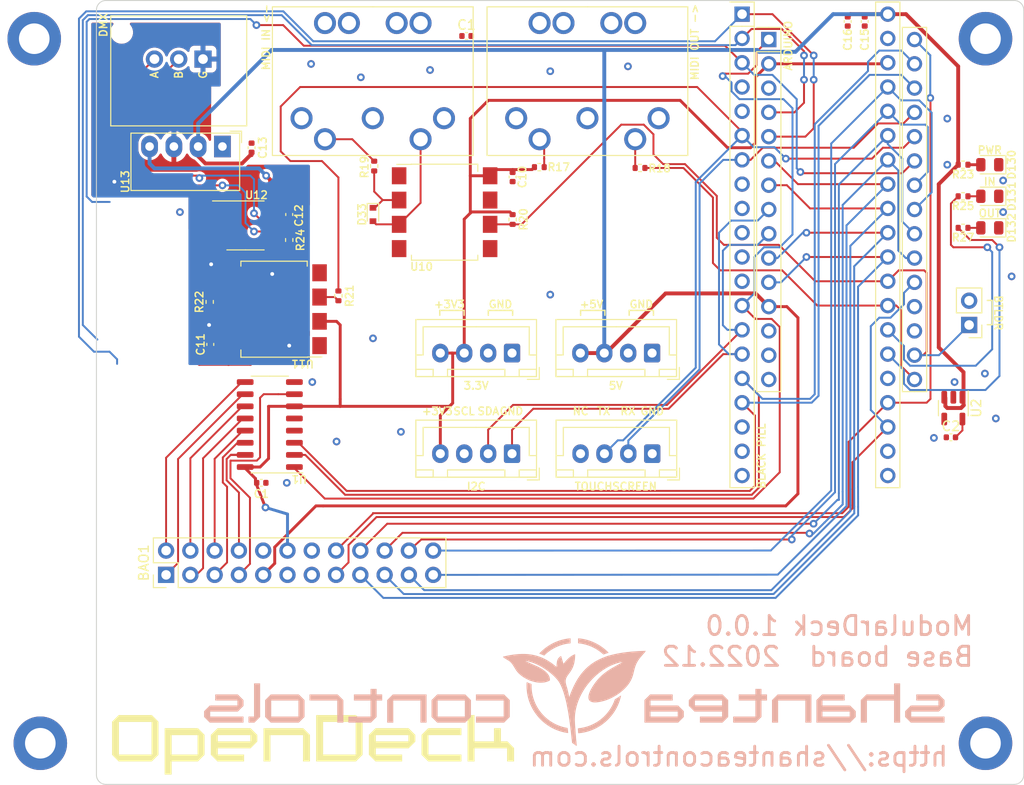
<source format=kicad_pcb>
(kicad_pcb (version 20211014) (generator pcbnew)
  (layers (0 "F.Cu" signal) (31 "B.Cu" signal) (34 "B.Paste" user) (35 "F.Paste" user) (36 "B.SilkS" user "B.Silkscreen") (37 "F.SilkS" user "F.Silkscreen") (38 "B.Mask" user) (39 "F.Mask" user) (44 "Edge.Cuts" user))
  (net 0 "")
  (net 1 "GND")
  (net 2 "+3V3")
  (net 3 "+5V")
  (net 9 "Net-(J1-Pad4)")
  (net 10 "Net-(J1-Pad5)")
  (net 11 "Net-(J2-Pad4)")
  (net 13 "Net-(D33-Pad1)")
  (net 14 "GND1")
  (net 15 "Net-(R22-Pad2)")
  (net 17 "+5VD")
  (net 20 "/MIDI_TX")
  (net 21 "/MIDI_RX")
  (net 22 "Net-(R21-Pad2)")
  (net 23 "+3.3VADC")
  (net 25 "/BC_0")
  (net 26 "/BC_1")
  (net 34 "/SPI_CLK")
  (net 37 "Net-(D131-Pad2)")
  (net 41 "/MUX_COMMON_1")
  (net 43 "Net-(J4-Pad2)")
  (net 44 "Net-(J4-Pad3)")
  (net 45 "Net-(D130-Pad2)")
  (net 47 "/SDA")
  (net 48 "/SCL")
  (net 49 "/MUX_COMMON_2")
  (net 50 "/MUX_COMMON_4")
  (net 51 "/MUX_COMMON_3")
  (net 52 "/MUX_S0")
  (net 53 "/MUX_S1")
  (net 54 "/MUX_S3")
  (net 55 "/MUX_S2")
  (net 56 "Net-(D132-Pad2)")
  (net 57 "/TSCREEN_RX")
  (net 58 "/DMX_TSCREEN_TX")
  (net 59 "/SR_IN_DATA")
  (net 60 "/SR_IN_LATCH")
  (net 62 "/DEC_DI_A0")
  (net 63 "/DEC_DI_A1")
  (net 64 "/DEC_DI_A2")
  (net 65 "/MAX7219_LOAD")
  (net 66 "/MAX7219_DIN")
  (net 67 "/TRAFFIC_IN")
  (net 68 "/TRAFFIC_OUT")
  (net 71 "Net-(D33-Pad2)")
  (net 80 "/BC_2")
  (net 81 "/BC_3")
  (net 82 "/BC_4")
  (net 83 "/BC_5")
  (net 84 "/BC_6")
  (net 85 "/BC_7")
  (net 87 "/USB_D-")
  (net 88 "/USB_D+")
  (footprint "LED_SMD:LED_0805_2012Metric" (layer "F.Cu") (at 229.582827 37.122046 180)
    (fp_text reference "D130")
    (fp_text value "Red")
  )
  (footprint "MountingHole:MountingHole_3.2mm_M3_DIN965_Pad" (layer "F.Cu") (at 229.137827 23.942046)
    (fp_text reference "H3" hide)
    (fp_text value "MountingHole_Pad" hide)
  )
  (footprint "Resistor_SMD:R_0402_1005Metric" (layer "F.Cu") (at 156.303827 44.996046 -90)
    (fp_text reference "R24")
    (fp_text value "133")
  )
  (footprint "Connector_JST:JST_XH_B4B-XH-A_1x04_P2.50mm_Vertical" (layer "F.Cu") (at 179.611827 67.348046 180)
    (fp_text reference "J6" hide)
    (fp_text value "Conn_01x04" hide)
  )
  (footprint "Connector_PinHeader_2.54mm:PinHeader_1x02_P2.54mm_Vertical" (layer "F.Cu") (at 227.423827 53.886046 180)
    (fp_text reference "J5" hide)
    (fp_text value "Conn_01x02" hide)
  )
  (footprint "Resistor_SMD:R_0402_1005Metric" (layer "F.Cu") (at 179.671827 42.850046 -90)
    (fp_text reference "R20")
    (fp_text value "4.7k")
  )
  (footprint "Connector_JST:JST_XH_B4B-XH-A_1x04_P2.50mm_Vertical" (layer "F.Cu") (at 194.260827 56.824046 180)
    (fp_text reference "J8" hide)
    (fp_text value "Conn_01x04" hide)
  )
  (footprint "igor_footprint_lib:DIN5" (layer "F.Cu") (at 180.045827 32.255046)
    (fp_text reference "J1" hide)
    (fp_text value "DIN-5" hide)
  )
  (footprint "Capacitor_SMD:C_0402_1005Metric" (layer "F.Cu") (at 214.723827 22.136046 90)
    (fp_text reference "C16")
    (fp_text value "100n")
  )
  (footprint "igor_footprint_lib:Arduino Nano 33 BLE" (layer "F.Cu") (at 206.468827 24.026046)
    (fp_text reference "U16" hide)
    (fp_text value "Arduino_Nano_33" hide)
  )
  (footprint "Capacitor_SMD:C_0402_1005Metric" (layer "F.Cu") (at 225.518827 65.634046)
    (fp_text reference "C2")
    (fp_text value "1u")
  )
  (footprint "Connector_JST:JST_XH_B4B-XH-A_1x04_P2.50mm_Vertical" (layer "F.Cu") (at 194.276827 67.348046 180)
    (fp_text reference "J3" hide)
    (fp_text value "Conn_01x04" hide)
  )
  (footprint "Package_SO:SO-8_3.9x4.9mm_P1.27mm" (layer "F.Cu") (at 151.731827 43.472046)
    (fp_text reference "U12")
    (fp_text value "MAX485")
  )
  (footprint "igor_footprint_lib:RFM-0505" (layer "F.Cu") (at 149.318827 35.217046 -90)
    (fp_text reference "U13")
    (fp_text value "RFM-0505" hide)
  )
  (footprint "Package_SO:SSO-8_6.7x9.8mm_P2.54mm_Clearance8mm" (layer "F.Cu") (at 154.718816 52.235046 180)
    (fp_text reference "U11")
    (fp_text value "6N137")
  )
  (footprint "Capacitor_SMD:C_0402_1005Metric" (layer "F.Cu") (at 148.048827 55.918046 -90)
    (fp_text reference "C11")
    (fp_text value "100n")
  )
  (footprint "MountingHole:MountingHole_3.2mm_M3_DIN965_Pad" (layer "F.Cu") (at 229.137827 97.638046)
    (fp_text reference "H2" hide)
    (fp_text value "MountingHole_Pad" hide)
  )
  (footprint "LED_SMD:LED_0805_2012Metric" (layer "F.Cu") (at 229.582827 43.726046 180)
    (fp_text reference "D132")
    (fp_text value "Blue")
  )
  (footprint "LED_SMD:LED_0805_2012Metric" (layer "F.Cu") (at 229.582827 40.424046 180)
    (fp_text reference "D131")
    (fp_text value "Green")
  )
  (footprint "Diode_SMD:D_SOD-523" (layer "F.Cu") (at 165.066827 42.329046 -90)
    (fp_text reference "D33")
    (fp_text value "1N4148WT")
  )
  (footprint "Capacitor_SMD:C_0402_1005Metric" (layer "F.Cu") (at 153.382827 70.396046 180)
    (fp_text reference "C1")
    (fp_text value "100n")
  )
  (footprint "igor_footprint_lib:STM32F4BlackPill" (layer "F.Cu") (at 203.674827 21.374046)
    (fp_text reference "U15" hide)
    (fp_text value "STM32F4_Black_Pill" hide)
  )
  (footprint "Capacitor_SMD:C_0402_1005Metric" (layer "F.Cu") (at 156.303827 42.329046 90)
    (fp_text reference "C12")
    (fp_text value "100n")
  )
  (footprint "Connector_JST:JST_XH_B4B-XH-A_1x04_P2.50mm_Vertical" (layer "F.Cu") (at 179.611827 56.824046 180)
    (fp_text reference "J7" hide)
    (fp_text value "Conn_01x04" hide)
  )
  (footprint "Resistor_SMD:R_0402_1005Metric" (layer "F.Cu") (at 192.999827 37.462046)
    (fp_text reference "R18")
    (fp_text value "10")
  )
  (footprint "Capacitor_SMD:C_0402_1005Metric" (layer "F.Cu") (at 179.671827 38.405046 90)
    (fp_text reference "C10")
    (fp_text value "100n")
  )
  (footprint "Resistor_SMD:R_0402_1005Metric" (layer "F.Cu") (at 147.987827 51.473046 90)
    (fp_text reference "R22")
    (fp_text value "4.7k")
  )
  (footprint "igor_footprint_lib:DIN5" (layer "F.Cu") (at 157.595827 32.255046)
    (fp_text reference "J2" hide)
    (fp_text value "DIN-5" hide)
  )
  (footprint "Resistor_SMD:R_0402_1005Metric" (layer "F.Cu") (at 161.449827 50.838046 -90)
    (fp_text reference "R21")
    (fp_text value "470")
  )
  (footprint "Resistor_SMD:R_0402_1005Metric" (layer "F.Cu") (at 226.788827 43.726046)
    (fp_text reference "R27")
    (fp_text value "1k")
  )
  (footprint "Resistor_SMD:R_0402_1005Metric" (layer "F.Cu") (at 226.788827 40.424046)
    (fp_text reference "R25")
    (fp_text value "680")
  )
  (footprint "Capacitor_SMD:C_0402_1005Metric" (layer "F.Cu") (at 174.852827 23.657046)
    (fp_text reference "C1")
    (fp_text value "100n")
  )
  (footprint "Resistor_SMD:R_0402_1005Metric" (layer "F.Cu") (at 226.788827 37.122046)
    (fp_text reference "R23")
    (fp_text value "1k")
  )
  (footprint "MountingHole:MountingHole_3.2mm_M3_DIN965_Pad" (layer "F.Cu") (at 130.268827 97.638046)
    (fp_text reference "H1" hide)
    (fp_text value "MountingHole_Pad" hide)
  )
  (footprint "MountingHole:MountingHole_3.2mm_M3_DIN965_Pad" (layer "F.Cu") (at 129.633827 23.942046)
    (fp_text reference "H4" hide)
    (fp_text value "MountingHole_Pad" hide)
  )
  (footprint "Connector_PinHeader_2.54mm:PinHeader_2x12_P2.54mm_Vertical" (layer "F.Cu") (at 143.425 80.025 90)
    (fp_text reference "BAO1")
    (fp_text value "Conn_02x12_Odd_Even")
  )
  (footprint "Resistor_SMD:R_0402_1005Metric" (layer "F.Cu") (at 165.193827 37.262046 -90)
    (fp_text reference "R19")
    (fp_text value "220")
  )
  (footprint "igor_footprint_lib:TRAPC3MX" (layer "F.Cu") (at 147.286827 26.073046 180)
    (fp_text reference "J4" hide)
    (fp_text value "XLR3" hide)
  )
  (footprint "Capacitor_SMD:C_0402_1005Metric" (layer "F.Cu") (at 152.366827 35.344046 -90)
    (fp_text reference "C13")
    (fp_text value "10u")
  )
  (footprint "Capacitor_SMD:C_0402_1005Metric" (layer "F.Cu") (at 216.501827 22.136046 90)
    (fp_text reference "C15")
    (fp_text value "10u")
  )
  (footprint "Package_TO_SOT_SMD:SOT-23-5" (layer "F.Cu") (at 225.772827 62.586046 -90)
    (fp_text reference "U2")
    (fp_text value "SPX3819M5")
  )
  (footprint "Resistor_SMD:R_0402_1005Metric" (layer "F.Cu") (at 182.465827 37.376046 180)
    (fp_text reference "R17")
    (fp_text value "33")
  )
  (footprint "Package_SO:SO-16_3.9x9.9mm_P1.27mm" (layer "F.Cu") (at 154.271827 64.300046 180)
    (fp_text reference "U1")
    (fp_text value "74HC138")
  )
  (footprint "Package_SO:SSO-8_6.7x9.8mm_P2.54mm_Clearance8mm" (layer "F.Cu") (at 172.559827 42.088046)
    (fp_text reference "U10")
    (fp_text value "6N137")
  )
  (gr_poly (pts (xy 205.093858 92.558045) (xy 203.353095 92.558045) (xy 203.353095 93.137031) (xy 205.093858 93.137031) (xy 205.093858 94.87421) (xy 202.772816 94.87421) (xy 202.772816 95.453196) (xy 205.093858 95.453196) (xy 205.674061 94.87421) (xy 205.674061 93.137031) (xy 206.254341 93.137031) (xy 206.254341 92.558045) (xy 205.674061 92.558045) (xy 205.674061 91.97906) (xy 205.093858 91.97906)) (layer "B.SilkS") (width 0.06) (fill solid))
  (gr_poly (pts (xy 181.482025 91.041797) (xy 181.535561 91.062383) (xy 181.589674 91.08224) (xy 181.644314 91.101398) (xy 181.589677 91.08223) (xy 181.535565 91.062355) (xy 181.482027 91.041766) (xy 181.429116 91.020457)) (layer "B.SilkS") (width 0.06) (fill solid))
  (gr_poly (pts (xy 219.6 92.558045) (xy 216.698832 92.558045) (xy 216.118553 93.13703) (xy 216.118553 95.453195) (xy 216.698832 95.453195) (xy 216.698832 93.13703) (xy 219.6 93.13703) (xy 219.6 95.453195) (xy 220.180279 95.453195) (xy 220.180279 91.4) (xy 219.6 91.4)) (layer "B.SilkS") (width 0.06) (fill solid))
  (gr_poly (pts (xy 166.579747 93.137031) (xy 166.579747 95.453196) (xy 167.160026 95.453196) (xy 167.160026 93.137031) (xy 170.061195 93.137031) (xy 170.061195 95.453196) (xy 170.641475 95.453196) (xy 170.641475 92.558045) (xy 167.160026 92.558045)) (layer "B.SilkS") (width 0.06) (fill solid))
  (gr_poly (pts (xy 198.130886 93.137031) (xy 198.130886 93.71609) (xy 198.711165 94.295075) (xy 201.612334 94.295075) (xy 201.612334 94.87421) (xy 199.291445 94.87421) (xy 199.291445 95.453195) (xy 201.612334 95.453195) (xy 201.612334 95.453196) (xy 202.192614 94.87421) (xy 202.192614 93.71609) (xy 201.612334 93.71609) (xy 198.711165 93.71609) (xy 198.711165 93.137031) (xy 201.612334 93.137031) (xy 201.612334 93.71609) (xy 202.192614 93.71609) (xy 202.192614 93.137031) (xy 201.612334 92.558045) (xy 198.711165 92.558045)) (layer "B.SilkS") (width 0.06) (fill solid))
  (gr_poly (pts (xy 175.863679 93.137031) (xy 178.764921 93.137031) (xy 178.764921 94.87421) (xy 175.863679 94.87421) (xy 175.863679 95.453196) (xy 178.764921 95.453196) (xy 179.345201 94.87421) (xy 179.345201 93.137031) (xy 178.764921 92.558045) (xy 175.863679 92.558045)) (layer "B.SilkS") (width 0.06) (fill solid))
  (gr_poly (pts (xy 211.476547 93.137031) (xy 211.476547 95.453196) (xy 214.957996 95.453196) (xy 215.538349 94.87421) (xy 214.957996 94.87421) (xy 212.056827 94.87421) (xy 212.056827 94.295076) (xy 214.957996 94.295076) (xy 214.957996 94.87421) (xy 215.538349 94.87421) (xy 215.538349 94.295076) (xy 214.957996 93.716091) (xy 212.056827 93.716091) (xy 212.056827 93.137031) (xy 214.377792 93.137031) (xy 214.377792 92.558046) (xy 212.056827 92.558046)) (layer "B.SilkS") (width 0.06) (fill solid))
  (gr_poly (pts (xy 189.618446 88.540822) (xy 189.560965 88.559367) (xy 189.503961 88.578262) (xy 189.447434 88.597514) (xy 189.503971 88.578283) (xy 189.560992 88.559423) (xy 189.618477 88.540885) (xy 189.676402 88.52262)) (layer "B.SilkS") (width 0.06) (fill solid))
  (gr_poly (pts (xy 181.165413 91.371607) (xy 181.161592 91.456879) (xy 181.159257 91.542515) (xy 181.158467 91.628487) (xy 181.163916 91.862165) (xy 181.180102 92.093084) (xy 181.206782 92.321002) (xy 181.243714 92.545677) (xy 181.290655 92.766869) (xy 181.347362 92.984336) (xy 181.413593 93.197836) (xy 181.489106 93.407128) (xy 181.573657 93.61197) (xy 181.667005 93.812121) (xy 181.768906 94.00734) (xy 181.879118 94.197385) (xy 181.997399 94.382015) (xy 182.123506 94.560988) (xy 182.257196 94.734063) (xy 182.398227 94.900998) (xy 182.546356 95.061552) (xy 182.701342 95.215483) (xy 182.86294 95.36255) (xy 183.030909 95.502512) (xy 183.205005 95.635126) (xy 183.384988 95.760153) (xy 183.570613 95.877349) (xy 183.761638 95.986474) (xy 183.957822 96.087287) (xy 184.15892 96.179545) (xy 184.364691 96.263007) (xy 184.574892 96.337432) (xy 184.789281 96.402579) (xy 185.007615 96.458205) (xy 185.229651 96.50407) (xy 185.455147 96.539932) (xy 185.428041 96.30435) (xy 185.399254 96.062497) (xy 185.200282 96.025475) (xy 185.004452 95.97983) (xy 184.811974 95.92577) (xy 184.623056 95.863502) (xy 184.437904 95.793233) (xy 184.256729 95.71517) (xy 184.079737 95.629521) (xy 183.907136 95.536492) (xy 183.739136 95.43629) (xy 183.575943 95.329124) (xy 183.417767 95.215199) (xy 183.264815 95.094723) (xy 183.117295 94.967903) (xy 182.975416 94.834947) (xy 182.839385 94.696061) (xy 182.709411 94.551453) (xy 182.585702 94.401329) (xy 182.468465 94.245897) (xy 182.35791 94.085364) (xy 182.254244 93.919937) (xy 182.157675 93.749823) (xy 182.068412 93.57523) (xy 181.986662 93.396364) (xy 181.912634 93.213433) (xy 181.846536 93.026644) (xy 181.788575 92.836203) (xy 181.738961 92.642319) (xy 181.6979 92.445198) (xy 181.665602 92.245047) (xy 181.642275 92.042073) (xy 181.628125 91.836485) (xy 181.623363 91.628487) (xy 181.623496 91.607489) (xy 181.623865 91.586543) (xy 181.62514 91.544774) (xy 181.628604 91.461452) (xy 181.569483 91.44234) (xy 181.510837 91.422381) (xy 181.452695 91.401607) (xy 181.39509 91.380054) (xy 181.338053 91.357755) (xy 181.281615 91.334745) (xy 181.225809 91.311057) (xy 181.170666 91.286726)) (layer "B.SilkS") (width 0.06) (fill solid))
  (gr_poly (pts (xy 181.424659 91.018617) (xy 181.426879 91.019547) (xy 181.429115 91.020456) (xy 181.426882 91.019547) (xy 181.424663 91.018617) (xy 181.420208 91.016723)) (layer "B.SilkS") (width 0.06) (fill solid))
  (gr_poly (pts (xy 181.263971 90.947851) (xy 181.315339 90.971389) (xy 181.367437 90.994353) (xy 181.420207 91.016723) (xy 181.367437 90.994353) (xy 181.315339 90.971389) (xy 181.263971 90.947851) (xy 181.213391 90.92376)) (layer "B.SilkS") (width 0.06) (fill solid))
  (gr_poly (pts (xy 193.488883 93.137031) (xy 193.488883 95.453196) (xy 196.970405 95.453196) (xy 197.550609 94.87421) (xy 196.970405 94.87421) (xy 194.06916 94.87421) (xy 194.06916 94.295076) (xy 196.970405 94.295076) (xy 196.970405 94.87421) (xy 197.550609 94.87421) (xy 197.550609 94.295076) (xy 196.970405 93.716091) (xy 194.06916 93.716091) (xy 194.06916 93.137031) (xy 196.390127 93.137031) (xy 196.390127 92.558046) (xy 194.06916 92.558046)) (layer "B.SilkS") (width 0.06) (fill solid))
  (gr_poly (pts (xy 186.547016 87.154157) (xy 186.735106 87.175635) (xy 186.920769 87.204789) (xy 187.103843 87.241451) (xy 187.284166 87.285457) (xy 187.461579 87.336639) (xy 187.635918 87.394832) (xy 187.807022 87.459868) (xy 187.974731 87.531582) (xy 188.138882 87.609807) (xy 188.299314 87.694377) (xy 188.455866 87.785125) (xy 188.608376 87.881885) (xy 188.756683 87.98449) (xy 188.900625 88.092775) (xy 189.040041 88.206573) (xy 189.174769 88.325718) (xy 189.295172 88.282195) (xy 189.417702 88.240072) (xy 189.542603 88.199461) (xy 189.67012 88.160475) (xy 189.514959 88.009246) (xy 189.35338 87.864793) (xy 189.185613 87.727357) (xy 189.011892 87.597178) (xy 188.832446 87.474496) (xy 188.647508 87.35955) (xy 188.45731 87.252582) (xy 188.262083 87.15383) (xy 188.062059 87.063536) (xy 187.857468 86.981939) (xy 187.648544 86.90928) (xy 187.435517 86.845798) (xy 187.218619 86.791733) (xy 186.998082 86.747326) (xy 186.774137 86.712817) (xy 186.547016 86.688445)) (layer "B.SilkS") (width 0.06) (fill solid))
  (gr_poly (pts (xy 171.221745 93.137031) (xy 171.221745 94.87421) (xy 171.801951 95.453196) (xy 174.703198 95.453196) (xy 175.283478 94.87421) (xy 174.703198 94.87421) (xy 171.801951 94.87421) (xy 171.801951 93.137031) (xy 174.703198 93.137031) (xy 174.703198 94.87421) (xy 175.283478 94.87421) (xy 175.283478 93.137031) (xy 174.703198 92.558045) (xy 171.801951 92.558045)) (layer "B.SilkS") (width 0.06) (fill solid))
  (gr_poly (pts (xy 221.920965 93.137031) (xy 224.242005 93.137031) (xy 224.242005 93.716091) (xy 221.340762 93.716091) (xy 220.760483 94.295076) (xy 220.760483 94.87421) (xy 221.340762 95.453196) (xy 224.822209 95.453196) (xy 224.822209 94.87421) (xy 221.340762 94.87421) (xy 221.340762 94.295076) (xy 224.242005 94.295076) (xy 224.822209 93.716091) (xy 224.822209 93.137031) (xy 224.242005 92.558046) (xy 221.920965 92.558046)) (layer "B.SilkS") (width 0.06) (fill solid))
  (gr_poly (pts (xy 190.908347 92.739361) (xy 190.837158 92.788499) (xy 190.765143 92.83668) (xy 190.69233 92.883855) (xy 190.61875 92.929977) (xy 190.54443 92.974997) (xy 190.4694 93.018867) (xy 190.393689 93.06154) (xy 190.27783 93.366796) (xy 190.140848 93.66105) (xy 189.983676 93.943369) (xy 189.807248 94.212821) (xy 189.612497 94.468472) (xy 189.400357 94.709391) (xy 189.171761 94.934644) (xy 188.927644 95.1433) (xy 188.668938 95.334425) (xy 188.396576 95.507088) (xy 188.111494 95.660355) (xy 187.814624 95.793293) (xy 187.506899 95.904972) (xy 187.189253 95.994457) (xy 186.862621 96.060816) (xy 186.527934 96.103117) (xy 186.535399 96.216648) (xy 186.543665 96.331222) (xy 186.552746 96.447182) (xy 186.562653 96.564871) (xy 186.765723 96.542952) (xy 186.966282 96.512952) (xy 187.164161 96.47504) (xy 187.359192 96.429383) (xy 187.551206 96.37615) (xy 187.740035 96.315508) (xy 187.925509 96.247626) (xy 188.107459 96.172672) (xy 188.285718 96.090815) (xy 188.460117 96.002221) (xy 188.630486 95.90706) (xy 188.796657 95.8055) (xy 188.958462 95.697708) (xy 189.115731 95.583852) (xy 189.268296 95.464102) (xy 189.415988 95.338625) (xy 189.558638 95.207589) (xy 189.696078 95.071162) (xy 189.82814 94.929513) (xy 189.954653 94.782809) (xy 190.07545 94.631219) (xy 190.190362 94.47491) (xy 190.29922 94.314052) (xy 190.401856 94.148811) (xy 190.4981 93.979357) (xy 190.587784 93.805857) (xy 190.67074 93.62848) (xy 190.746798 93.447393) (xy 190.815789 93.262765) (xy 190.877546 93.074763) (xy 190.9319 92.883557) (xy 190.978681 92.689314)) (layer "B.SilkS") (width 0.06) (fill solid))
  (gr_poly (pts (xy 193.02898 88.018449) (xy 192.52116 88.047569) (xy 192.036326 88.08669) (xy 191.573762 88.136254) (xy 191.132755 88.196699) (xy 190.712592 88.268466) (xy 190.312558 88.351996) (xy 189.93194 88.447727) (xy 189.873388 88.46407) (xy 189.815334 88.480806) (xy 189.757742 88.497877) (xy 189.700577 88.515228) (xy 189.676407 88.52262) (xy 189.618481 88.540885) (xy 189.560997 88.559423) (xy 189.503976 88.578283) (xy 189.447439 88.597514) (xy 189.090706 88.731628) (xy 188.753172 88.881209) (xy 188.434029 89.046803) (xy 188.132467 89.22896) (xy 187.847677 89.428228) (xy 187.578849 89.645155) (xy 187.325175 89.880289) (xy 187.085846 90.134179) (xy 186.860052 90.407373) (xy 186.646984 90.700419) (xy 186.445833 91.013866) (xy 186.255791 91.348263) (xy 186.076047 91.704156) (xy 185.905793 92.082095) (xy 185.744219 92.482628) (xy 185.590516 92.906303) (xy 185.551971 92.744294) (xy 185.516704 92.585307) (xy 185.449991 92.274657) (xy 185.415535 92.122123) (xy 185.378339 91.970867) (xy 185.336899 91.820456) (xy 185.289711 91.670452) (xy 185.251082 91.545193) (xy 185.222501 91.429072) (xy 185.203392 91.321317) (xy 185.19318 91.221153) (xy 185.191293 91.127808) (xy 185.197154 91.04051) (xy 185.21019 90.958485) (xy 185.229825 90.88096) (xy 185.255486 90.807162) (xy 185.286597 90.736318) (xy 185.362875 90.600402) (xy 185.454061 90.467026) (xy 185.555559 90.330008) (xy 185.662774 90.183163) (xy 185.771109 90.020308) (xy 185.875968 89.835259) (xy 185.925658 89.732479) (xy 185.972755 89.621831) (xy 186.016685 89.502543) (xy 186.056873 89.373842) (xy 186.092745 89.234954) (xy 186.123726 89.085106) (xy 186.149242 88.923527) (xy 186.168718 88.749441) (xy 186.18158 88.562078) (xy 186.187253 88.360663) (xy 186.139121 88.378884) (xy 186.091698 88.398708) (xy 185.998967 88.442885) (xy 185.909031 88.492632) (xy 185.821862 88.54739) (xy 185.737432 88.606595) (xy 185.655712 88.669686) (xy 185.576673 88.736102) (xy 185.500289 88.805281) (xy 185.42653 88.876662) (xy 185.355368 88.949682) (xy 185.286774 89.023781) (xy 185.220721 89.098397) (xy 185.096123 89.246934) (xy 184.981347 89.3908) (xy 184.721626 88.540317) (xy 184.644858 88.598208) (xy 184.610505 88.627129) (xy 184.578695 88.656104) (xy 184.549322 88.685189) (xy 184.522279 88.714435) (xy 184.497459 88.743899) (xy 184.474756 88.773632) (xy 184.454061 88.803689) (xy 184.435267 88.834124) (xy 184.418269 88.86499) (xy 184.402959 88.896341) (xy 184.376973 88.960715) (xy 184.356454 89.027674) (xy 184.340546 89.09765) (xy 184.328392 89.171072) (xy 184.319137 89.248371) (xy 184.311923 89.329976) (xy 184.286362 89.70807) (xy 184.092414 89.547154) (xy 183.898528 89.396356) (xy 183.801477 89.324736) (xy 183.704284 89.255627) (xy 183.606895 89.189024) (xy 183.509258 89.124921) (xy 183.411321 89.063312) (xy 183.31303 89.004191) (xy 183.214333 88.947551) (xy 183.115177 88.893388) (xy 183.015509 88.841695) (xy 182.915277 88.792467) (xy 182.814428 88.745696) (xy 182.714621 88.702126) (xy 182.712163 88.702126) (xy 182.712158 88.702125) (xy 182.712161 88.702125) (xy 182.712163 88.702126) (xy 182.714621 88.702126) (xy 182.712912 88.70138) (xy 182.712163 88.702125) (xy 182.712161 88.702125) (xy 182.712159 88.702125) (xy 182.712158 88.702125) (xy 182.655079 88.678451) (xy 182.59776 88.655535) (xy 182.540192 88.633381) (xy 182.482367 88.61199) (xy 182.424276 88.591366) (xy 182.365909 88.571511) (xy 182.307259 88.552428) (xy 182.248315 88.534119) (xy 182.248427 88.534004) (xy 182.248538 88.533883) (xy 182.24865 88.533756) (xy 182.248762 88.533625) (xy 182.248874 88.53349) (xy 182.248987 88.533353) (xy 182.249212 88.533074) (xy 182.249217 88.533075) (xy 182.248991 88.533354) (xy 182.248767 88.533626) (xy 182.248655 88.533757) (xy 182.248543 88.533884) (xy 182.248431 88.534005) (xy 182.24832 88.53412) (xy 182.307265 88.552429) (xy 182.365916 88.571512) (xy 182.424283 88.591367) (xy 182.482375 88.611991) (xy 182.5402 88.633382) (xy 182.597767 88.655536) (xy 182.655085 88.678452) (xy 182.712159 88.702125) (xy 182.712909 88.701379) (xy 182.712912 88.70138) (xy 182.712913 88.701379) (xy 182.655837 88.677648) (xy 182.598527 88.654679) (xy 182.540973 88.632474) (xy 182.483166 88.611038) (xy 182.425096 88.590376) (xy 182.366753 88.570492) (xy 182.308129 88.55139) (xy 182.249217 88.533075) (xy 182.075468 88.48404) (xy 181.898918 88.441501) (xy 181.719326 88.405471) (xy 181.536449 88.375962) (xy 181.350048 88.352987) (xy 181.15988 88.336561) (xy 180.965705 88.326695) (xy 180.76728 88.323404) (xy 180.532615 88.327731) (xy 180.291646 88.340705) (xy 180.044011 88.362311) (xy 179.789348 88.392538) (xy 179.527295 88.431371) (xy 179.257489 88.478799) (xy 178.979569 88.534806) (xy 178.693172 88.599381) (xy 178.77032 88.662414) (xy 178.84374 88.716909) (xy 178.913863 88.764411) (xy 178.981123 88.806468) (xy 179.230183 88.951176) (xy 179.289616 88.989207) (xy 179.348783 89.031072) (xy 179.408115 89.078319) (xy 179.437978 89.104444) (xy 179.468046 89.132495) (xy 179.498371 89.162664) (xy 179.529007 89.195146) (xy 179.56001 89.230133) (xy 179.591433 89.267818) (xy 179.62333 89.308396) (xy 179.655756 89.352059) (xy 179.688763 89.399001) (xy 179.722407 89.449416) (xy 179.784906 89.546714) (xy 179.84054 89.635325) (xy 179.935878 89.790372) (xy 180.017747 89.922329) (xy 180.056545 89.982077) (xy 180.095473 90.038967) (xy 180.135698 90.093971) (xy 180.178384 90.148059) (xy 180.224698 90.202204) (xy 180.275805 90.257377) (xy 180.332872 90.314549) (xy 180.397064 90.374692) (xy 180.469547 90.438778) (xy 180.551486 90.507778) (xy 180.618911 90.561426) (xy 180.691254 90.615165) (xy 180.768245 90.668713) (xy 180.849612 90.721789) (xy 180.935083 90.774113) (xy 181.024385 90.825403) (xy 181.117248 90.875379) (xy 181.213399 90.92376) (xy 181.26398 90.947851) (xy 181.315348 90.97139) (xy 181.367446 90.994354) (xy 181.420216 91.016723) (xy 181.424672 91.018618) (xy 181.426891 91.019548) (xy 181.429124 91.020457) (xy 181.482034 91.041766) (xy 181.53557 91.062355) (xy 181.589683 91.08223) (xy 181.644324 91.101398) (xy 181.761112 91.139246) (xy 181.879774 91.173246) (xy 181.999996 91.203028) (xy 182.121463 91.228224) (xy 182.243859 91.248463) (xy 182.305307 91.256608) (xy 182.36687 91.263376) (xy 182.428508 91.268721) (xy 182.490181 91.272595) (xy 182.551851 91.274954) (xy 182.613478 91.275751) (xy 182.673895 91.274976) (xy 182.734182 91.272626) (xy 182.794303 91.268657) (xy 182.854218 91.263029) (xy 182.91389 91.2557) (xy 182.97328 91.246628) (xy 183.032351 91.235772) (xy 183.091065 91.22309) (xy 183.149383 91.208541) (xy 183.207268 91.192083) (xy 183.264681 91.173675) (xy 183.321585 91.153274) (xy 183.377941 91.13084) (xy 183.433711 91.106331) (xy 183.488858 91.079705) (xy 183.543342 91.050921) (xy 183.544726 90.942778) (xy 183.532137 90.837718) (xy 183.506412 90.73571) (xy 183.468388 90.636726) (xy 183.418901 90.540737) (xy 183.358787 90.447713) (xy 183.288884 90.357624) (xy 183.210028 90.270442) (xy 183.123056 90.186137) (xy 183.028805 90.104681) (xy 182.82181 89.950193) (xy 182.595736 89.806746) (xy 182.357278 89.674104) (xy 180.806941 88.973847) (xy 180.953222 88.987619) (xy 181.100482 89.008578) (xy 181.248445 89.036391) (xy 181.396837 89.070722) (xy 181.545384 89.111238) (xy 181.693812 89.157603) (xy 181.841846 89.209484) (xy 181.989211 89.266546) (xy 182.135633 89.328454) (xy 182.280838 89.394874) (xy 182.566498 89.539911) (xy 182.843994 89.698982) (xy 183.111133 89.869411) (xy 183.365717 90.048522) (xy 183.605552 90.23364) (xy 183.828441 90.422087) (xy 184.032189 90.61119) (xy 184.214602 90.79827) (xy 184.373482 90.980654) (xy 184.506634 91.155665) (xy 184.562876 91.239569) (xy 184.611864 91.320627) (xy 184.761745 91.613403) (xy 184.899566 91.940326) (xy 185.025961 92.29689) (xy 185.14157 92.678587) (xy 185.247028 93.08091) (xy 185.342973 93.49935) (xy 185.508872 94.366553) (xy 185.644365 95.244138) (xy 185.754549 96.096045) (xy 185.919378 97.578582) (xy 186.353595 97.88032) (xy 186.294827 97.280543) (xy 186.237987 96.584062) (xy 186.214261 96.584062) (xy 186.199896 96.584585) (xy 186.185988 96.349937) (xy 186.17438 96.121337) (xy 186.179466 96.121187) (xy 186.186891 96.2344) (xy 186.195152 96.349041) (xy 186.204268 96.465473) (xy 186.214261 96.584062) (xy 186.237987 96.584062) (xy 186.225566 96.431858) (xy 186.168819 95.610404) (xy 186.152329 95.296182) (xy 186.147597 95.09232) (xy 186.159646 94.810776) (xy 186.186679 94.531473) (xy 186.228154 94.254796) (xy 186.28353 93.981127) (xy 186.352266 93.710851) (xy 186.433821 93.444351) (xy 186.527655 93.182011) (xy 186.633226 92.924214) (xy 186.749992 92.671345) (xy 186.877415 92.423787) (xy 187.014951 92.181923) (xy 187.16206 91.946138) (xy 187.318202 91.716815) (xy 187.482835 91.494338) (xy 187.655418 91.27909) (xy 187.835411 91.071456) (xy 188.022272 90.871818) (xy 188.21546 90.680561) (xy 188.414435 90.498068) (xy 188.618655 90.324724) (xy 188.827579 90.160911) (xy 189.040666 90.007013) (xy 189.257376 89.863414) (xy 189.477168 89.730499) (xy 189.699499 89.608649) (xy 189.923831 89.49825) (xy 190.14962 89.399685) (xy 190.376327 89.313338) (xy 190.603411 89.239592) (xy 190.83033 89.17883) (xy 191.056543 89.131438) (xy 191.28151 89.097798) (xy 191.141631 89.191347) (xy 190.992232 89.283245) (xy 190.668864 89.46751) (xy 190.319391 89.66143) (xy 189.951799 89.875842) (xy 189.763704 89.994119) (xy 189.574074 90.121584) (xy 189.383907 90.25959) (xy 189.194201 90.409493) (xy 189.005955 90.572646) (xy 188.820166 90.750405) (xy 188.637834 90.944125) (xy 188.459955 91.15516) (xy 188.358615 91.286357) (xy 188.250607 91.434789) (xy 188.139949 91.596908) (xy 188.03066 91.769171) (xy 187.92676 91.948029) (xy 187.832267 92.129938) (xy 187.789804 92.220929) (xy 187.7512 92.311352) (xy 187.716957 92.400765) (xy 187.687578 92.488724) (xy 187.663566 92.574787) (xy 187.645421 92.658509) (xy 187.633647 92.739448) (xy 187.628747 92.817161) (xy 187.631221 92.891203) (xy 187.641574 92.961133) (xy 187.660307 93.026506) (xy 187.687922 93.08688) (xy 187.724923 93.141811) (xy 187.771811 93.190855) (xy 187.829088 93.233571) (xy 187.897257 93.269514) (xy 187.976821 93.298241) (xy 188.068282 93.31931) (xy 188.172142 93.332276) (xy 188.288903 93.336696) (xy 188.375105 93.334636) (xy 188.467533 93.328366) (xy 188.566344 93.317748) (xy 188.671697 93.302647) (xy 188.783748 93.282926) (xy 188.902657 93.258448) (xy 189.028581 93.229076) (xy 189.161677 93.194676) (xy 189.250808 93.169515) (xy 189.339703 93.142315) (xy 189.428307 93.113128) (xy 189.516564 93.082008) (xy 189.604419 93.049007) (xy 189.691816 93.01418) (xy 189.778701 92.97758) (xy 189.865018 92.93926) (xy 190.035725 92.857671) (xy 190.203496 92.769841) (xy 190.367888 92.676195) (xy 190.528457 92.57716) (xy 190.598722 92.531376) (xy 190.668073 92.484652) (xy 190.736473 92.437015) (xy 190.803882 92.38849) (xy 190.870264 92.339104) (xy 190.935581 92.288883) (xy 190.999794 92.237854) (xy 191.062866 92.186043) (xy 191.135173 92.124483) (xy 191.205799 92.062007) (xy 191.274676 91.998673) (xy 191.341735 91.934535) (xy 191.406907 91.869651) (xy 191.470123 91.804075) (xy 191.531314 91.737866) (xy 191.590411 91.671077) (xy 191.647347 91.603767) (xy 191.702051 91.53599) (xy 191.754455 91.467803) (xy 191.80449 91.399262) (xy 191.852087 91.330422) (xy 191.897178 91.261341) (xy 191.939694 91.192075) (xy 191.979565 91.122678) (xy 192.062927 90.960872) (xy 192.131583 90.804963) (xy 192.188112 90.653933) (xy 192.235092 90.506763) (xy 192.2751 90.362438) (xy 192.310714 90.219937) (xy 192.379073 89.936343) (xy 192.416973 89.793213) (xy 192.460792 89.647838) (xy 192.513106 89.499199) (xy 192.576494 89.34628) (xy 192.653533 89.188061) (xy 192.746802 89.023527) (xy 192.858878 88.851658) (xy 192.922775 88.762655) (xy 192.99234 88.671436) (xy 193.500787 88.086925) (xy 193.501983 88.082411) (xy 193.50328 88.078126) (xy 193.504672 88.074061) (xy 193.506154 88.070203) (xy 193.50772 88.066541) (xy 193.509364 88.063063) (xy 193.51108 88.059756) (xy 193.512862 88.056611) (xy 193.514706 88.053614) (xy 193.516603 88.050755) (xy 193.51855 88.048021) (xy 193.520541 88.0454) (xy 193.524627 88.040455) (xy 193.528818 88.035824) (xy 193.545685 88.018579) (xy 193.549697 88.014119) (xy 193.553534 88.009414) (xy 193.555372 88.00694) (xy 193.55715 88.004369) (xy 193.55886 88.00169) (xy 193.560498 87.99889)) (layer "B.SilkS") (width 0.06) (fill solid))
  (gr_poly (pts (xy 148.592084 93.137031) (xy 150.913124 93.137031) (xy 150.913124 93.716091) (xy 148.011882 93.716091) (xy 147.431602 94.295076) (xy 147.431602 94.87421) (xy 148.011882 95.453196) (xy 151.493326 95.453196) (xy 151.493326 94.87421) (xy 148.011882 94.87421) (xy 148.011882 94.295076) (xy 150.913124 94.295076) (xy 151.49333 93.716091) (xy 151.49333 93.137031) (xy 150.913124 92.558046) (xy 148.592084 92.558046)) (layer "B.SilkS") (width 0.06) (fill solid))
  (gr_poly (pts (xy 189.688488 88.518896) (xy 189.682431 88.520741) (xy 189.676403 88.52262) (xy 189.700573 88.515228)) (layer "B.SilkS") (width 0.06) (fill solid))
  (gr_poly (pts (xy 206.834542 93.137031) (xy 206.834542 95.453196) (xy 207.414896 95.453196) (xy 207.414896 93.137031) (xy 210.316065 93.137031) (xy 210.316065 95.453196) (xy 210.896343 95.453196) (xy 210.896343 92.558045) (xy 207.414896 92.558045)) (layer "B.SilkS") (width 0.06) (fill solid))
  (gr_poly (pts (xy 153.814361 93.137031) (xy 153.814361 94.87421) (xy 154.394641 95.453196) (xy 157.29581 95.453196) (xy 157.876016 94.87421) (xy 157.29581 94.87421) (xy 154.394641 94.87421) (xy 154.394641 93.137031) (xy 157.29581 93.137031) (xy 157.29581 94.87421) (xy 157.876016 94.87421) (xy 157.876016 93.137031) (xy 157.29581 92.558045) (xy 154.394641 92.558045)) (layer "B.SilkS") (width 0.06) (fill solid))
  (gr_poly (pts (xy 158.456296 93.137031) (xy 161.357538 93.137031) (xy 161.357538 95.453196) (xy 161.937817 95.453196) (xy 161.937817 93.137031) (xy 161.357538 92.558045) (xy 158.456296 92.558045)) (layer "B.SilkS") (width 0.06) (fill solid))
  (gr_poly (pts (xy 164.838986 92.558045) (xy 163.098298 92.558045) (xy 163.098298 93.137031) (xy 164.838986 93.137031) (xy 164.838986 94.87421) (xy 162.518019 94.87421) (xy 162.518019 95.453196) (xy 164.838986 95.453196) (xy 165.419261 94.87421) (xy 165.419261 93.137031) (xy 165.999541 93.137031) (xy 165.999541 92.558045) (xy 165.419261 92.558045) (xy 165.419261 91.97906) (xy 164.838986 91.97906)) (layer "B.SilkS") (width 0.06) (fill solid))
  (gr_poly (pts (xy 185.471558 86.713927) (xy 185.239875 86.750185) (xy 185.011852 86.797026) (xy 184.787748 86.854186) (xy 184.567822 86.9214) (xy 184.352333 86.998402) (xy 184.141539 87.084928) (xy 183.935699 87.180711) (xy 183.735072 87.285487) (xy 183.539917 87.398991) (xy 183.350493 87.520957) (xy 183.167058 87.651119) (xy 182.989871 87.789214) (xy 182.819191 87.934975) (xy 182.655277 88.088137) (xy 182.498387 88.248435) (xy 182.557338 88.268819) (xy 182.616117 88.289984) (xy 182.67473 88.311925) (xy 182.733181 88.33464) (xy 182.791475 88.358126) (xy 182.849615 88.382377) (xy 182.907606 88.407392) (xy 182.965452 88.433167) (xy 183.10322 88.302965) (xy 183.246348 88.178555) (xy 183.394647 88.060132) (xy 183.547926 87.94789) (xy 183.705997 87.842025) (xy 183.868668 87.742732) (xy 184.035751 87.650206) (xy 184.207054 87.564642) (xy 184.382388 87.486235) (xy 184.561564 87.415179) (xy 184.74439 87.351671) (xy 184.930678 87.295904) (xy 185.120237 87.248074) (xy 185.312877 87.208376) (xy 185.508409 87.177006) (xy 185.706642 87.154157) (xy 185.706642 86.688519)) (layer "B.SilkS") (width 0.06) (fill solid))
  (gr_poly (pts (xy 152.653807 94.87421) (xy 152.073601 94.87421) (xy 152.073601 95.453196) (xy 152.653807 95.453196) (xy 153.234082 94.87421) (xy 153.234082 91.4) (xy 152.653807 91.4)) (layer "B.SilkS") (width 0.06) (fill solid))
  (gr_line (start 229.836827 51.316046) (end 229.836827 53.856046) (layer "F.SilkS") (width 0.15))
  (gr_line (start 177.131827 52.362046) (end 179.671827 52.362046) (layer "F.SilkS") (width 0.15))
  (gr_line (start 177.131827 52.870046) (end 177.131827 52.362046) (layer "F.SilkS") (width 0.15))
  (gr_line (start 229.328827 51.316046) (end 229.836827 51.316046) (layer "F.SilkS") (width 0.15))
  (gr_poly (pts (xy 163.964106 95.39438) (xy 163.964106 98.833964) (xy 163.275326 99.52188) (xy 159.142588 99.52188) (xy 159.142588 98.833963) (xy 159.831422 98.833963) (xy 163.275326 98.833963) (xy 163.275326 95.39438) (xy 159.831422 95.39438) (xy 159.831422 98.833963) (xy 159.142588 98.833963) (xy 159.142588 94.706463) (xy 163.275326 94.706463)) (layer "F.SilkS") (width 0.04) (fill solid))
  (gr_line (start 179.671827 52.362046) (end 179.671827 52.870046) (layer "F.SilkS") (width 0.15))
  (gr_line (start 172.051827 52.870046) (end 172.051827 52.362046) (layer "F.SilkS") (width 0.15))
  (gr_line (start 191.863827 52.870046) (end 191.863827 52.362046) (layer "F.SilkS") (width 0.15))
  (gr_line (start 194.403827 52.362046) (end 194.403827 52.870046) (layer "F.SilkS") (width 0.15))
  (gr_line (start 229.836827 53.856046) (end 229.328827 53.856046) (layer "F.SilkS") (width 0.15))
  (gr_line (start 186.783827 52.870046) (end 186.783827 52.362046) (layer "F.SilkS") (width 0.15))
  (gr_poly (pts (xy 175.673429 97.45813) (xy 177.739826 97.45813) (xy 177.739826 96.082297) (xy 178.428553 96.082297) (xy 178.428553 97.45813) (xy 179.117387 97.45813) (xy 179.806117 98.146047) (xy 179.806117 99.52188) (xy 179.117387 99.52188) (xy 179.117387 98.146047) (xy 175.673432 98.146047) (xy 175.673432 99.52188) (xy 174.98465 99.52188) (xy 174.98465 94.706463) (xy 175.673429 94.706463)) (layer "F.SilkS") (width 0.04) (fill solid))
  (gr_poly (pts (xy 158.453806 96.770213) (xy 158.453806 99.52188) (xy 157.765028 99.52188) (xy 157.765028 96.770213) (xy 154.321124 96.770213) (xy 154.321124 99.52188) (xy 153.632343 99.52188) (xy 153.632343 96.082297) (xy 157.765028 96.082297)) (layer "F.SilkS") (width 0.04) (fill solid))
  (gr_line (start 186.783827 52.362046) (end 189.323827 52.362046) (layer "F.SilkS") (width 0.15))
  (gr_line (start 174.591827 52.362046) (end 174.591827 52.870046) (layer "F.SilkS") (width 0.15))
  (gr_poly (pts (xy 174.295869 96.770213) (xy 170.851966 96.770213) (xy 170.851966 98.833963) (xy 174.295869 98.833963) (xy 174.295869 99.52188) (xy 170.851966 99.52188) (xy 170.163187 98.833963) (xy 170.163187 96.770213) (xy 170.851966 96.082296) (xy 174.295869 96.082296)) (layer "F.SilkS") (width 0.04) (fill solid))
  (gr_poly (pts (xy 152.943513 96.770213) (xy 152.943513 97.45813) (xy 152.254783 98.146046) (xy 148.810827 98.146046) (xy 148.810827 98.833963) (xy 151.565951 98.833963) (xy 151.565951 99.52188) (xy 148.810827 99.52188) (xy 148.122046 98.833963) (xy 148.122046 97.45813) (xy 148.810827 97.45813) (xy 152.254783 97.45813) (xy 152.254783 96.770213) (xy 148.810827 96.770213) (xy 148.810827 97.45813) (xy 148.122046 97.45813) (xy 148.122046 96.770213) (xy 148.810827 96.082296) (xy 152.254783 96.082296)) (layer "F.SilkS") (width 0.04) (fill solid))
  (gr_line (start 191.863827 52.362046) (end 194.403827 52.362046) (layer "F.SilkS") (width 0.15))
  (gr_poly (pts (xy 142.611749 95.39438) (xy 142.611749 98.833963) (xy 141.923021 99.52188) (xy 138.479065 99.52188) (xy 137.790284 98.833963) (xy 138.479065 98.833963) (xy 141.923021 98.833963) (xy 141.923021 95.39438) (xy 138.479065 95.39438) (xy 138.479065 98.833963) (xy 137.790284 98.833963) (xy 137.790284 95.39438) (xy 138.479065 94.706463) (xy 141.923021 94.706463)) (layer "F.SilkS") (width 0.04) (fill solid))
  (gr_line (start 189.323827 52.362046) (end 189.323827 52.870046) (layer "F.SilkS") (width 0.15))
  (gr_line (start 172.051827 52.362046) (end 174.591827 52.362046) (layer "F.SilkS") (width 0.15))
  (gr_poly (pts (xy 147.433266 96.770213) (xy 147.433266 98.833963) (xy 146.744485 99.52188) (xy 143.989363 99.52188) (xy 143.989363 100.897713) (xy 143.300582 100.897713) (xy 143.300582 98.833963) (xy 143.989363 98.833963) (xy 146.744485 98.833963) (xy 146.744485 96.770213) (xy 143.989363 96.770213) (xy 143.989363 98.833963) (xy 143.300582 98.833963) (xy 143.300582 96.082297) (xy 146.744485 96.082297)) (layer "F.SilkS") (width 0.04) (fill solid))
  (gr_poly (pts (xy 169.474351 96.770213) (xy 169.474351 97.45813) (xy 168.785624 98.146046) (xy 165.34167 98.146046) (xy 165.34167 98.833963) (xy 168.09679 98.833963) (xy 168.09679 99.52188) (xy 165.34167 99.52188) (xy 164.652888 98.833963) (xy 164.652888 97.45813) (xy 165.34167 97.45813) (xy 168.785624 97.45813) (xy 168.785624 96.770213) (xy 165.34167 96.770213) (xy 165.34167 97.45813) (xy 164.652888 97.45813) (xy 164.652888 96.770213) (xy 165.34167 96.082296) (xy 168.785624 96.082296)) (layer "F.SilkS") (width 0.04) (fill solid))
  (gr_arc (start 136.137827 20.942046) (mid 136.43072 20.234939) (end 137.137827 19.942046) (layer "Edge.Cuts") (width 0.1))
  (gr_arc (start 137.137827 101.942046) (mid 136.43072 101.649153) (end 136.137827 100.942046) (layer "Edge.Cuts") (width 0.1))
  (gr_line (start 232.137827 19.942046) (end 137.137827 19.942046) (layer "Edge.Cuts") (width 0.1))
  (gr_line (start 137.137827 101.942046) (end 232.137827 101.942046) (layer "Edge.Cuts") (width 0.1))
  (gr_arc (start 232.137827 19.942046) (mid 232.844934 20.234939) (end 233.137827 20.942046) (layer "Edge.Cuts") (width 0.1))
  (gr_line (start 233.137827 100.942046) (end 233.137827 20.942046) (layer "Edge.Cuts") (width 0.1))
  (gr_arc (start 233.137827 100.940046) (mid 232.844934 101.647153) (end 232.137827 101.940046) (layer "Edge.Cuts") (width 0.1))
  (gr_line (start 136.137827 20.942046) (end 136.137827 100.942046) (layer "Edge.Cuts") (width 0.1))
  (gr_text "https://shanteacontrols.com" (at 225.381165 99.035045) (layer "B.SilkS") (effects (font (size 2 2) (thickness 0.3)) (justify left mirror)))
  (gr_text "ModularDeck 1.0.0\nBase board  2022.12" (at 228.043198 86.970045) (layer "B.SilkS") (effects (font (size 2 2) (thickness 0.3)) (justify left mirror)))
  (gr_text "GND" (at 179.544827 62.903046) (layer "F.SilkS") (effects (font (size 0.8 0.8))))
  (gr_text "RX" (at 191.736827 62.903046) (layer "F.SilkS") (effects (font (size 0.8 0.8))))
  (gr_text "I2C" (at 175.861827 70.777046) (layer "F.SilkS") (effects (font (size 0.8 0.8))))
  (gr_text "G" (at 147.286827 27.724046 90) (layer "F.SilkS") (effects (font (size 0.8 0.8))))
  (gr_text "NC" (at 186.783827 62.903046) (layer "F.SilkS") (effects (font (size 0.8 0.8))))
  (gr_text "BLACK PILL" (at 205.706827 67.602046 90) (layer "F.SilkS") (effects (font (size 0.8 0.8))))
  (gr_text "MIDI IN <-" (at 153.890827 23.787046 90) (layer "F.SilkS") (effects (font (size 0.8 0.8))))
  (gr_text "BTLDR" (at 230.471827 52.616046 270) (layer "F.SilkS") (effects (font (size 0.8 0.8))))
  (gr_text "+5V" (at 187.926827 51.727046) (layer "F.SilkS") (effects (font (size 0.8 0.8))))
  (gr_text "SCL" (at 174.591827 62.903046) (layer "F.SilkS") (effects (font (size 0.8 0.8))))
  (gr_text "TX" (at 189.196827 62.903046) (layer "F.SilkS") (effects (font (size 0.8 0.8))))
  (gr_text "5V" (at 190.466827 60.236046) (layer "F.SilkS") (effects (font (size 0.8 0.8))))
  (gr_text "+3V3" (at 173.067827 51.727046) (layer "F.SilkS") (effects (font (size 0.8 0.8))))
  (gr_text "A" (at 142.206827 27.724046 90) (layer "F.SilkS") (effects (font (size 0.8 0.8))))
  (gr_text "SDA" (at 177.131827 62.903046) (layer "F.SilkS") (effects (font (size 0.8 0.8))))
  (gr_text "B" (at 144.746827 27.724046 90) (layer "F.SilkS") (effects (font (size 0.8 0.8))))
  (gr_text "DMX" (at 136.872827 22.517046 90) (layer "F.SilkS") (effects (font (size 0.8 0.8))))
  (gr_text "PWR" (at 229.582827 35.598046) (layer "F.SilkS") (effects (font (size 0.8 0.8))))
  (gr_text "GND" (at 178.401827 51.727046) (layer "F.SilkS") (effects (font (size 0.8 0.8))))
  (gr_text "MIDI OUT ->" (at 198.721827 24.295046 90) (layer "F.SilkS") (effects (font (size 0.8 0.8))))
  (gr_text "3.3V\n" (at 175.861827 60.236046) (layer "F.SilkS") (effects (font (size 0.8 0.8))))
  (gr_text "GND" (at 194.276827 62.903046) (layer "F.SilkS") (effects (font (size 0.8 0.8))))
  (gr_text "TOUCHSCREEN" (at 190.466827 70.777046) (layer "F.SilkS") (effects (font (size 0.8 0.8))))
  (gr_text "+3V3" (at 171.797827 62.903046) (layer "F.SilkS") (effects (font (size 0.8 0.8))))
  (gr_text "ARDUINO" (at 208.500827 24.676046 90) (layer "F.SilkS") (effects (font (size 0.8 0.8))))
  (gr_text "OUT" (at 229.582827 42.202046) (layer "F.SilkS") (effects (font (size 0.8 0.8))))
  (gr_text "IN" (at 229.582827 38.900046) (layer "F.SilkS") (effects (font (size 0.8 0.8))))
  (gr_text "GND" (at 193.133827 51.727046) (layer "F.SilkS") (effects (font (size 0.8 0.8))))
  (via (at 230.979827 42.075046) (size 0.8) (drill 0.4) (layers "F.Cu" "B.Cu") (net 1))
  (via (at 161.256827 66.078046) (size 0.8) (drill 0.4) (layers "F.Cu" "B.Cu") (net 1))
  (via (at 163.796827 27.978046) (size 0.8) (drill 0.4) (layers "F.Cu" "B.Cu") (net 1))
  (via (at 167.987827 65.062046) (size 0.8) (drill 0.4) (layers "F.Cu" "B.Cu") (net 1))
  (via (at 230.217827 63.665046) (size 0.8) (drill 0.4) (layers "F.Cu" "B.Cu") (net 1))
  (via (at 165.066827 55.283046) (size 0.8) (drill 0.4) (layers "F.Cu" "B.Cu") (net 1))
  (via (at 225.137827 37.122046) (size 0.8) (drill 0.4) (layers "F.Cu" "B.Cu") (net 1))
  (via (at 158.716827 59.855046) (size 0.8) (drill 0.4) (layers "F.Cu" "B.Cu") (net 1))
  (via (at 225.899827 59.855046) (size 0.8) (drill 0.4) (layers "F.Cu" "B.Cu") (net 1))
  (via (at 158.589827 26.581046) (size 0.8) (drill 0.4) (layers "F.Cu" "B.Cu") (net 1))
  (via (at 156.049827 70.396046) (size 0.8) (drill 0.4) (layers "F.Cu" "B.Cu") (net 1))
  (via (at 223.740827 65.697046) (size 0.8) (drill 0.4) (layers "F.Cu" "B.Cu") (net 1))
  (via (at 191.736827 26.835046) (size 0.8) (drill 0.4) (layers "F.Cu" "B.Cu") (net 1))
  (via (at 229.074827 58.966046) (size 0.8) (drill 0.4) (layers "F.Cu" "B.Cu") (net 1))
  (via (at 171.035827 27.216046) (size 0.8) (drill 0.4) (layers "F.Cu" "B.Cu") (net 1))
  (via (at 144.873827 42.075046) (size 0.8) (drill 0.4) (layers "F.Cu" "B.Cu") (net 1))
  (via (at 183.608827 50.711046) (size 0.8) (drill 0.4) (layers "F.Cu" "B.Cu") (net 1))
  (via (at 225.137827 32.296046) (size 0.8) (drill 0.4) (layers "F.Cu" "B.Cu") (net 1))
  (via (at 183.608827 27.343046) (size 0.8) (drill 0.4) (layers "F.Cu" "B.Cu") (net 1))
  (via (at 230.979827 38.773046) (size 0.8) (drill 0.4) (layers "F.Cu" "B.Cu") (net 1))
  (via (at 231.868827 48.806046) (size 0.8) (drill 0.4) (layers "F.Cu" "B.Cu") (net 1))
  (segment (start 177.319827 38.278046) (end 175.253827 38.278046) (width 0.3048) (layer "F.Cu") (net 2))
  (segment (start 205.071827 34.836046) (end 205.071827 27.963046) (width 0.3048) (layer "F.Cu") (net 2))
  (segment (start 161.637827 53.886046) (end 161.256827 53.505046) (width 0.3048) (layer "F.Cu") (net 2))
  (segment (start 161.256827 53.505046) (end 159.478816 53.505046) (width 0.3048) (layer "F.Cu") (net 2))
  (segment (start 179.391738 42.059957) (end 175.368916 42.059957) (width 0.3048) (layer "F.Cu") (net 2))
  (segment (start 175.246827 42.182046) (end 175.246827 38.285046) (width 0.3048) (layer "F.Cu") (net 2))
  (segment (start 177.967827 37.630046) (end 177.319827 38.278046) (width 0.3048) (layer "F.Cu") (net 2))
  (segment (start 179.671827 42.340046) (end 179.391738 42.059957) (width 0.3048) (layer "F.Cu") (net 2))
  (segment (start 173.338827 56.824046) (end 174.611827 56.824046) (width 0.3048) (layer "F.Cu") (net 2))
  (segment (start 175.246827 38.285046) (end 175.246827 32.276046) (width 0.3048) (layer "F.Cu") (net 2))
  (segment (start 179.671827 37.630046) (end 177.967827 37.630046) (width 0.3048) (layer "F.Cu") (net 2))
  (segment (start 173.067827 62.395046) (end 173.258327 62.204546) (width 0.3048) (layer "F.Cu") (net 2))
  (segment (start 175.368916 42.059957) (end 175.246827 42.182046) (width 0.3048) (layer "F.Cu") (net 2))
  (segment (start 206.468827 26.566046) (end 218.802827 26.566046) (width 0.3048) (layer "F.Cu") (net 2))
  (segment (start 174.611827 42.817046) (end 174.611827 56.824046) (width 0.3048) (layer "F.Cu") (net 2))
  (segment (start 204.563827 35.344046) (end 205.071827 34.836046) (width 0.3048) (layer "F.Cu") (net 2))
  (segment (start 156.719827 62.395046) (end 154.144827 62.395046) (width 0.3048) (layer "F.Cu") (net 2))
  (segment (start 181.701827 37.630046) (end 181.955827 37.376046) (width 0.3048) (layer "F.Cu") (net 2))
  (segment (start 177.131827 30.391046) (end 197.197827 30.391046) (width 0.3048) (layer "F.Cu") (net 2))
  (segment (start 218.802827 26.566046) (end 218.914827 26.454046) (width 0.3048) (layer "F.Cu") (net 2))
  (segment (start 175.246827 32.276046) (end 177.131827 30.391046) (width 0.3048) (layer "F.Cu") (net 2))
  (segment (start 156.719827 62.395046) (end 161.637827 62.395046) (width 0.3048) (layer "F.Cu") (net 2))
  (segment (start 202.150827 35.344046) (end 204.563827 35.344046) (width 0.3048) (layer "F.Cu") (net 2))
  (segment (start 205.071827 27.963046) (end 206.468827 26.566046) (width 0.3048) (layer "F.Cu") (net 2))
  (segment (start 172.111827 63.351046) (end 173.258327 62.204546) (width 0.3048) (layer "F.Cu") (net 2))
  (segment (start 179.671827 37.630046) (end 181.701827 37.630046) (width 0.3048) (layer "F.Cu") (net 2))
  (segment (start 161.637827 61.633046) (end 161.637827 53.886046) (width 0.3048) (layer "F.Cu") (net 2))
  (segment (start 175.246827 42.182046) (end 174.611827 42.817046) (width 0.3048) (layer "F.Cu") (net 2))
  (segment (start 173.258327 62.204546) (end 173.402827 62.060046) (width 0.3048) (layer "F.Cu") (net 2))
  (segment (start 152.775827 70.315405) (end 152.775827 69.951046) (width 0.3048) (layer "F.Cu") (net 2))
  (segment (start 152.775827 69.951046) (end 151.569827 68.745046) (width 0.3048) (layer "F.Cu") (net 2))
  (segment (start 152.775827 70.396046) (end 152.775827 69.951046) (width 0.3048) (layer "F.Cu") (net 2))
  (segment (start 172.111827 56.824046) (end 173.338827 56.824046) (width 0.3048) (layer "F.Cu") (net 2))
  (segment (start 175.253827 38.278046) (end 175.246827 38.285046) (width 0.3048) (layer "F.Cu") (net 2))
  (segment (start 151.569827 68.745046) (end 153.255827 68.745046) (width 0.3048) (layer "F.Cu") (net 2))
  (segment (start 161.637827 62.395046) (end 173.067827 62.395046) (width 0.3048) (layer "F.Cu") (net 2))
  (segment (start 173.402827 62.060046) (end 173.402827 56.888046) (width 0.3048) (layer "F.Cu") (net 2))
  (segment (start 173.402827 56.888046) (end 173.338827 56.824046) (width 0.3048) (layer "F.Cu") (net 2))
  (segment (start 161.637827 61.633046) (end 161.637827 62.395046) (width 0.3048) (layer "F.Cu") (net 2))
  (segment (start 154.144827 67.856046) (end 154.144827 62.395046) (width 0.3048) (layer "F.Cu") (net 2))
  (segment (start 172.111827 67.348046) (end 172.111827 63.351046) (width 0.3048) (layer "F.Cu") (net 2))
  (segment (start 197.197827 30.391046) (end 202.150827 35.344046) (width 0.3048) (layer "F.Cu") (net 2))
  (segment (start 153.255827 68.745046) (end 154.144827 67.856046) (width 0.3048) (layer "F.Cu") (net 2))
  (segment (start 153.8224 72.9742) (end 152.775827 70.315405) (width 0.3048) (layer "F.Cu") (net 2))
  (via (at 153.8224 72.9742) (size 0.8) (drill 0.4) (layers "F.Cu" "B.Cu") (net 2))
  (segment (start 156.125 73.664578) (end 156.125 77.485) (width 0.3048) (layer "B.Cu") (net 2))
  (segment (start 153.8224 72.9742) (end 156.125 73.664578) (width 0.3048) (layer "B.Cu") (net 2))
  (segment (start 226.872327 62.268046) (end 226.569107 62.571266) (width 0.4064) (layer "F.Cu") (net 3))
  (segment (start 147.540827 36.995046) (end 151.363827 36.995046) (width 0.4064) (layer "F.Cu") (net 3))
  (segment (start 151.363827 36.995046) (end 152.239827 36.119046) (width 0.4064) (layer "F.Cu") (net 3))
  (segment (start 224.936827 62.369546) (end 225.138547 62.571266) (width 0.4064) (layer "F.Cu") (net 3))
  (segment (start 226.836827 61.506046) (end 226.836827 58.823546) (width 0.4064) (layer "F.Cu") (net 3))
  (segment (start 226.569107 62.571266) (end 226.836827 62.303546) (width 0.4064) (layer "F.Cu") (net 3))
  (segment (start 226.836827 58.823546) (end 224.248827 56.235546) (width 0.4064) (layer "F.Cu") (net 3))
  (segment (start 215.005827 21.374046) (end 214.723827 21.656046) (width 0.4064) (layer "F.Cu") (net 3))
  (segment (start 225.138547 62.571266) (end 226.569107 62.571266) (width 0.4064) (layer "F.Cu") (net 3))
  (segment (start 226.836827 62.303546) (end 226.836827 61.506046) (width 0.4064) (layer "F.Cu") (net 3))
  (segment (start 209.516827 71.539046) (end 209.516827 53.124046) (width 0.3048) (layer "F.Cu") (net 3))
  (segment (start 154.7874 78.8226) (end 153.585 80.025) (width 0.3048) (layer "F.Cu") (net 3))
  (segment (start 154.7874 77.122149) (end 154.7874 78.8226) (width 0.3048) (layer "F.Cu") (net 3))
  (segment (start 206.468827 51.966046) (end 205.086827 50.584046) (width 0.4064) (layer "F.Cu") (net 3))
  (segment (start 208.246827 72.809046) (end 209.516827 71.539046) (width 0.3048) (layer "F.Cu") (net 3))
  (segment (start 159.854954 72.809046) (end 208.246827 72.809046) (width 0.3048) (layer "F.Cu") (net 3))
  (segment (start 208.358827 51.966046) (end 206.468827 51.966046) (width 0.3048) (layer "F.Cu") (net 3))
  (segment (start 224.936827 61.506046) (end 224.936827 62.369546) (width 0.4064) (layer "F.Cu") (net 3))
  (segment (start 220.819827 21.374046) (end 218.914827 21.374046) (width 0.4064) (layer "F.Cu") (net 3))
  (segment (start 146.778827 36.233046) (end 147.540827 36.995046) (width 0.4064) (layer "F.Cu") (net 3))
  (segment (start 195.673827 50.584046) (end 189.433827 56.824046) (width 0.4064) (layer "F.Cu") (net 3))
  (segment (start 189.433827 56.824046) (end 186.760827 56.824046) (width 0.4064) (layer "F.Cu") (net 3))
  (segment (start 226.278827 37.122046) (end 226.278827 26.833046) (width 0.4064) (layer "F.Cu") (net 3))
  (segment (start 146.778827 35.217046) (end 146.778827 36.233046) (width 0.4064) (layer "F.Cu") (net 3))
  (segment (start 224.248827 56.235546) (end 224.248827 39.152046) (width 0.4064) (layer "F.Cu") (net 3))
  (segment (start 218.914827 21.374046) (end 215.005827 21.374046) (width 0.4064) (layer "F.Cu") (net 3))
  (segment (start 209.516827 53.124046) (end 208.358827 51.966046) (width 0.3048) (layer "F.Cu") (net 3))
  (segment (start 226.278827 26.833046) (end 220.819827 21.374046) (width 0.4064) (layer "F.Cu") (net 3))
  (segment (start 159.854954 72.809046) (end 159.100503 72.809046) (width 0.3048) (layer "F.Cu") (net 3))
  (segment (start 224.248827 39.152046) (end 226.278827 37.122046) (width 0.4064) (layer "F.Cu") (net 3))
  (segment (start 205.086827 50.584046) (end 195.673827 50.584046) (width 0.4064) (layer "F.Cu") (net 3))
  (segment (start 159.100503 72.809046) (end 154.7874 77.122149) (width 0.3048) (layer "F.Cu") (net 3))
  (segment (start 152.239827 36.119046) (end 152.366827 36.119046) (width 0.4064) (layer "F.Cu") (net 3))
  (segment (start 189.391116 25.116757) (end 189.260827 25.116757) (width 0.4064) (layer "B.Cu") (net 3))
  (segment (start 209.262827 25.311046) (end 213.199827 21.374046) (width 0.4064) (layer "B.Cu") (net 3))
  (segment (start 213.199827 21.374046) (end 218.914827 21.374046) (width 0.4064) (layer "B.Cu") (net 3))
  (segment (start 189.260827 25.116757) (end 189.260827 56.824046) (width 0.4064) (layer "B.Cu") (net 3))
  (segment (start 205.266116 25.116757) (end 205.460405 25.311046) (width 0.4064) (layer "B.Cu") (net 3))
  (segment (start 146.778827 35.217046) (end 146.778827 32.804046) (width 0.4064) (layer "B.Cu") (net 3))
  (segment (start 189.391116 25.116757) (end 205.266116 25.116757) (width 0.4064) (layer "B.Cu") (net 3))
  (segment (start 205.460405 25.311046) (end 209.262827 25.311046) (width 0.4064) (layer "B.Cu") (net 3))
  (segment (start 154.466116 25.116757) (end 189.391116 25.116757) (width 0.4064) (layer "B.Cu") (net 3))
  (segment (start 146.778827 32.804046) (end 154.466116 25.116757) (width 0.4064) (layer "B.Cu") (net 3))
  (segment (start 182.975827 36.489046) (end 182.973827 36.487046) (width 0.2032) (layer "F.Cu") (net 9))
  (segment (start 182.973827 36.487046) (end 182.973827 34.933046) (width 0.2032) (layer "F.Cu") (net 9))
  (segment (start 182.975827 37.376046) (end 182.975827 36.489046) (width 0.2032) (layer "F.Cu") (net 9))
  (segment (start 182.973827 34.933046) (end 182.495827 34.455046) (width 0.2032) (layer "F.Cu") (net 9))
  (segment (start 192.489827 37.462046) (end 192.495827 37.456046) (width 0.2032) (layer "F.Cu") (net 10))
  (segment (start 192.495827 37.456046) (end 192.495827 34.455046) (width 0.2032) (layer "F.Cu") (net 10))
  (segment (start 160.045827 34.455046) (end 162.896827 34.455046) (width 0.2032) (layer "F.Cu") (net 11))
  (segment (start 165.193827 36.752046) (end 162.896827 34.455046) (width 0.2032) (layer "F.Cu") (net 11))
  (segment (start 165.271827 41.629046) (end 166.082827 40.818046) (width 0.2) (layer "F.Cu") (net 13))
  (segment (start 166.082827 40.818046) (end 167.799827 40.818046) (width 0.2032) (layer "F.Cu") (net 13))
  (segment (start 165.193827 39.929046) (end 166.082827 40.818046) (width 0.2032) (layer "F.Cu") (net 13))
  (segment (start 165.066827 41.629046) (end 165.271827 41.629046) (width 0.2) (layer "F.Cu") (net 13))
  (segment (start 165.193827 37.772046) (end 165.193827 39.929046) (width 0.2032) (layer "F.Cu") (net 13))
  (via (at 138.015827 38.900046) (size 0.8) (drill 0.4) (layers "F.Cu" "B.Cu") (net 14))
  (via (at 154.525827 48.552046) (size 0.8) (drill 0.4) (layers "F.Cu" "B.Cu") (net 14))
  (via (at 148.137827 47.536046) (size 0.8) (drill 0.4) (layers "F.Cu" "B.Cu") (net 14))
  (via (at 156.303827 56.045046) (size 0.8) (drill 0.4) (layers "F.Cu" "B.Cu") (net 14))
  (via (at 147.921827 53.886046) (size 0.8) (drill 0.4) (layers "F.Cu" "B.Cu") (net 14))
  (segment (start 151.604827 45.758046) (end 151.604827 50.711046) (width 0.2032) (layer "F.Cu") (net 15))
  (segment (start 151.604827 50.711046) (end 151.350827 50.965046) (width 0.2032) (layer "F.Cu") (net 15))
  (segment (start 151.223827 45.377046) (end 151.604827 45.758046) (width 0.2032) (layer "F.Cu") (net 15))
  (segment (start 149.956827 50.963046) (end 149.958827 50.965046) (width 0.2032) (layer "F.Cu") (net 15))
  (segment (start 147.987827 50.963046) (end 149.956827 50.963046) (width 0.2032) (layer "F.Cu") (net 15))
  (segment (start 149.156827 45.377046) (end 151.223827 45.377046) (width 0.2032) (layer "F.Cu") (net 15))
  (segment (start 151.350827 50.965046) (end 149.958827 50.965046) (width 0.2032) (layer "F.Cu") (net 15))
  (segment (start 146.905827 57.950046) (end 146.397827 57.442046) (width 0.4064) (layer "F.Cu") (net 17))
  (segment (start 154.306827 41.567046) (end 156.290827 41.567046) (width 0.4064) (layer "F.Cu") (net 17))
  (segment (start 154.306827 38.681046) (end 153.890827 38.265046) (width 0.4064) (layer "F.Cu") (net 17))
  (segment (start 147.987827 51.983046) (end 146.397827 51.983046) (width 0.4064) (layer "F.Cu") (net 17))
  (segment (start 148.048827 56.398046) (end 149.605816 56.398046) (width 0.4064) (layer "F.Cu") (net 17))
  (segment (start 156.290827 41.567046) (end 156.303827 41.554046) (width 0.4064) (layer "F.Cu") (net 17))
  (segment (start 158.081827 52.108046) (end 152.239827 57.950046) (width 0.4064) (layer "F.Cu") (net 17))
  (segment (start 156.303827 41.554046) (end 157.687827 41.554046) (width 0.4064) (layer "F.Cu") (net 17))
  (segment (start 147.137827 43.461046) (end 149.156827 43.461046) (width 0.4064) (layer "F.Cu") (net 17))
  (segment (start 146.397827 57.442046) (end 146.397827 52.182046) (width 0.4064) (layer "F.Cu") (net 17))
  (segment (start 149.953827 57.950046) (end 146.905827 57.950046) (width 0.4064) (layer "F.Cu") (net 17))
  (segment (start 149.156827 44.107046) (end 149.156827 43.461046) (width 0.4064) (layer "F.Cu") (net 17))
  (segment (start 146.397827 52.182046) (end 146.397827 44.201046) (width 0.4064) (layer "F.Cu") (net 17))
  (segment (start 158.081827 41.948046) (end 158.081827 52.108046) (width 0.4064) (layer "F.Cu") (net 17))
  (segment (start 157.687827 41.554046) (end 158.081827 41.948046) (width 0.4064) (layer "F.Cu") (net 17))
  (segment (start 154.306827 41.567046) (end 154.306827 38.681046) (width 0.4064) (layer "F.Cu") (net 17))
  (segment (start 149.156827 43.461046) (end 149.156827 42.837046) (width 0.4064) (layer "F.Cu") (net 17))
  (segment (start 152.239827 57.950046) (end 149.953827 57.950046) (width 0.4064) (layer "F.Cu") (net 17))
  (segment (start 149.605816 56.398046) (end 149.958816 56.045046) (width 0.4064) (layer "F.Cu") (net 17))
  (segment (start 146.397827 51.983046) (end 146.397827 52.182046) (width 0.4064) (layer "F.Cu") (net 17))
  (segment (start 149.958816 57.945057) (end 149.953827 57.950046) (width 0.4064) (layer "F.Cu") (net 17))
  (segment (start 149.958816 56.045046) (end 149.958816 57.945057) (width 0.4064) (layer "F.Cu") (net 17))
  (segment (start 146.397827 44.201046) (end 147.137827 43.461046) (width 0.4064) (layer "F.Cu") (net 17))
  (via (at 153.890827 38.265046) (size 0.8) (drill 0.4) (layers "F.Cu" "B.Cu") (net 17))
  (segment (start 142.206827 37.503046) (end 153.128827 37.503046) (width 0.4064) (layer "B.Cu") (net 17))
  (segment (start 141.698827 36.995046) (end 142.206827 37.503046) (width 0.4064) (layer "B.Cu") (net 17))
  (segment (start 153.128827 37.503046) (end 153.890827 38.265046) (width 0.4064) (layer "B.Cu") (net 17))
  (segment (start 141.698827 35.217046) (end 141.698827 36.995046) (width 0.4064) (layer "B.Cu") (net 17))
  (segment (start 220.311827 58.189046) (end 221.708827 59.586046) (width 0.2032) (layer "F.Cu") (net 20))
  (segment (start 201.388827 48.171046) (end 207.865827 48.171046) (width 0.2032) (layer "F.Cu") (net 20))
  (segment (start 207.865827 48.171046) (end 211.548827 51.854046) (width 0.2032) (layer "F.Cu") (net 20))
  (segment (start 220.311827 52.362046) (end 220.311827 58.189046) (width 0.2032) (layer "F.Cu") (net 20))
  (segment (start 197.537827 37.462046) (end 200.626827 40.551046) (width 0.2032) (layer "F.Cu") (net 20))
  (segment (start 200.626827 47.409046) (end 201.388827 48.171046) (width 0.2032) (layer "F.Cu") (net 20))
  (segment (start 218.914827 51.854046) (end 219.803827 51.854046) (width 0.2032) (layer "F.Cu") (net 20))
  (segment (start 211.548827 51.854046) (end 218.914827 51.854046) (width 0.2032) (layer "F.Cu") (net 20))
  (segment (start 200.626827 40.551046) (end 200.626827 47.409046) (width 0.2032) (layer "F.Cu") (net 20))
  (segment (start 219.803827 51.854046) (end 220.311827 52.362046) (width 0.2032) (layer "F.Cu") (net 20))
  (segment (start 193.509827 37.462046) (end 197.537827 37.462046) (width 0.2032) (layer "F.Cu") (net 20))
  (segment (start 221.708827 57.046046) (end 222.612827 57.046046) (width 0.2032) (layer "F.Cu") (net 21))
  (segment (start 197.704639 37.059326) (end 201.029547 40.384234) (width 0.2032) (layer "F.Cu") (net 21))
  (segment (start 193.387827 32.931046) (end 194.403827 33.947046) (width 0.2032) (layer "F.Cu") (net 21))
  (segment (start 222.612827 57.046046) (end 222.978827 56.680046) (width 0.2032) (layer "F.Cu") (net 21))
  (segment (start 179.669827 43.358046) (end 179.671827 43.360046) (width 0.2032) (layer "F.Cu") (net 21))
  (segment (start 201.769827 45.504046) (end 207.517561 45.504046) (width 0.2032) (layer "F.Cu") (net 21))
  (segment (start 220.057827 48.171046) (end 218.914827 49.314046) (width 0.2032) (layer "F.Cu") (net 21))
  (segment (start 201.029547 44.763766) (end 201.769827 45.504046) (width 0.2032) (layer "F.Cu") (net 21))
  (segment (start 179.671827 43.360046) (end 180.609327 43.360046) (width 0.2032) (layer "F.Cu") (net 21))
  (segment (start 222.724827 48.171046) (end 220.057827 48.171046) (width 0.2032) (layer "F.Cu") (net 21))
  (segment (start 207.517561 45.504046) (end 211.327561 49.314046) (width 0.2032) (layer "F.Cu") (net 21))
  (segment (start 222.978827 56.680046) (end 222.978827 48.425046) (width 0.2032) (layer "F.Cu") (net 21))
  (segment (start 177.319827 43.358046) (end 179.669827 43.358046) (width 0.2032) (layer "F.Cu") (net 21))
  (segment (start 211.327561 49.314046) (end 218.914827 49.314046) (width 0.2032) (layer "F.Cu") (net 21))
  (segment (start 180.609327 43.360046) (end 191.038327 32.931046) (width 0.2032) (layer "F.Cu") (net 21))
  (segment (start 195.419827 37.059326) (end 197.704639 37.059326) (width 0.2032) (layer "F.Cu") (net 21))
  (segment (start 201.029547 40.384234) (end 201.029547 44.763766) (width 0.2032) (layer "F.Cu") (net 21))
  (segment (start 222.978827 48.425046) (end 222.724827 48.171046) (width 0.2032) (layer "F.Cu") (net 21))
  (segment (start 194.403827 33.947046) (end 194.403827 36.043326) (width 0.2032) (layer "F.Cu") (net 21))
  (segment (start 191.038327 32.931046) (end 193.387827 32.931046) (width 0.2032) (layer "F.Cu") (net 21))
  (segment (start 194.403827 36.043326) (end 195.419827 37.059326) (width 0.2032) (layer "F.Cu") (net 21))
  (segment (start 221.708827 57.046046) (end 224.263827 57.046046) (width 0.2032) (layer "B.Cu") (net 21))
  (segment (start 224.263827 57.046046) (end 227.423827 53.886046) (width 0.2032) (layer "B.Cu") (net 21))
  (segment (start 161.066827 50.965046) (end 161.449827 51.348046) (width 0.2032) (layer "F.Cu") (net 22))
  (segment (start 159.478816 50.965046) (end 161.066827 50.965046) (width 0.2032) (layer "F.Cu") (net 22))
  (segment (start 226.722827 64.910046) (end 225.998827 65.634046) (width 0.2) (layer "F.Cu") (net 23))
  (segment (start 226.722827 63.723546) (end 226.722827 64.910046) (width 0.2) (layer "F.Cu") (net 23))
  (segment (start 152.1968 71.9582) (end 152.1968 78.8732) (width 0.2032) (layer "F.Cu") (net 25))
  (segment (start 153.255827 61.506046) (end 153.255827 67.729046) (width 0.2032) (layer "F.Cu") (net 25))
  (segment (start 152.908707 68.076166) (end 150.160634 68.076166) (width 0.2032) (layer "F.Cu") (net 25))
  (segment (start 150.160634 69.922034) (end 152.1968 71.9582) (width 0.2032) (layer "F.Cu") (net 25))
  (segment (start 156.719827 61.125046) (end 155.160827 61.125046) (width 0.2032) (layer "F.Cu") (net 25))
  (segment (start 155.160827 61.125046) (end 153.636827 61.125046) (width 0.2032) (layer "F.Cu") (net 25))
  (segment (start 150.160634 68.076166) (end 150.160634 69.922034) (width 0.2032) (layer "F.Cu") (net 25))
  (segment (start 153.255827 67.729046) (end 152.908707 68.076166) (width 0.2032) (layer "F.Cu") (net 25))
  (segment (start 152.1968 78.8732) (end 151.045 80.025) (width 0.2032) (layer "F.Cu") (net 25))
  (segment (start 153.636827 61.125046) (end 153.255827 61.506046) (width 0.2032) (layer "F.Cu") (net 25))
  (segment (start 151.696827 67.475046) (end 150.193806 67.475046) (width 0.2) (layer "F.Cu") (net 26))
  (segment (start 151.690923 67.469142) (end 150.196942 67.469142) (width 0.2) (layer "F.Cu") (net 26))
  (segment (start 151.696827 67.475046) (end 151.690923 67.469142) (width 0.2) (layer "F.Cu") (net 26))
  (segment (start 151.563923 67.469142) (end 150.196942 67.469142) (width 0.2032) (layer "F.Cu") (net 26))
  (segment (start 150.193806 67.475046) (end 149.759034 67.909818) (width 0.2) (layer "F.Cu") (net 26))
  (segment (start 151.569827 67.475046) (end 151.563923 67.469142) (width 0.2032) (layer "F.Cu") (net 26))
  (segment (start 151.045 71.416) (end 151.045 77.485) (width 0.2) (layer "F.Cu") (net 26))
  (segment (start 149.759034 67.909818) (end 149.759034 70.130034) (width 0.2) (layer "F.Cu") (net 26))
  (segment (start 149.759034 70.130034) (end 151.045 71.416) (width 0.2) (layer "F.Cu") (net 26))
  (segment (start 207.831184 22.924935) (end 204.663938 22.924935) (width 0.2032) (layer "F.Cu") (net 34))
  (segment (start 204.663938 22.924935) (end 203.674827 23.914046) (width 0.2032) (layer "F.Cu") (net 34))
  (segment (start 210.151827 25.245578) (end 207.831184 22.924935) (width 0.2032) (layer "F.Cu") (net 34))
  (segment (start 206.468827 31.646046) (end 209.150827 31.646046) (width 0.2032) (layer "F.Cu") (net 34))
  (segment (start 210.151827 30.645046) (end 210.151827 28.232046) (width 0.2032) (layer "F.Cu") (net 34))
  (segment (start 209.150827 31.646046) (end 210.151827 30.645046) (width 0.2032) (layer "F.Cu") (net 34))
  (segment (start 210.151827 25.692046) (end 210.151827 25.245578) (width 0.2032) (layer "F.Cu") (net 34))
  (via (at 210.151827 25.692046) (size 0.8) (drill 0.4) (layers "F.Cu" "B.Cu") (net 34))
  (via (at 210.151827 28.232046) (size 0.8) (drill 0.4) (layers "F.Cu" "B.Cu") (net 34))
  (segment (start 202.976436 24.612437) (end 203.674827 23.914046) (width 0.2032) (layer "B.Cu") (net 34))
  (segment (start 134.713827 40.678046) (end 134.713827 53.886046) (width 0.2032) (layer "B.Cu") (net 34))
  (segment (start 134.713827 40.678046) (end 134.713827 22.009046) (width 0.2032) (layer "B.Cu") (net 34))
  (segment (start 210.151827 28.232046) (end 210.151827 25.692046) (width 0.2032) (layer "B.Cu") (net 34))
  (segment (start 158.653218 24.612437) (end 202.976436 24.612437) (width 0.2032) (layer "B.Cu") (net 34))
  (segment (start 155.520107 21.479326) (end 158.653218 24.612437) (width 0.2032) (layer "B.Cu") (net 34))
  (segment (start 134.713827 53.886046) (end 136.237827 55.410046) (width 0.2032) (layer "B.Cu") (net 34))
  (segment (start 135.243547 21.479326) (end 155.520107 21.479326) (width 0.2032) (layer "B.Cu") (net 34))
  (segment (start 134.713827 22.009046) (end 135.243547 21.479326) (width 0.2032) (layer "B.Cu") (net 34))
  (segment (start 227.298827 40.424046) (end 228.645327 40.424046) (width 0.2032) (layer "F.Cu") (net 37))
  (segment (start 218.914827 46.774046) (end 210.405827 46.774046) (width 0.2032) (layer "F.Cu") (net 41))
  (via (at 210.405827 46.774046) (size 0.8) (drill 0.4) (layers "F.Cu" "B.Cu") (net 41))
  (segment (start 207.753827 49.426046) (end 206.468827 49.426046) (width 0.2032) (layer "B.Cu") (net 41))
  (segment (start 218.914827 46.774046) (end 215.804987 49.883886) (width 0.2032) (layer "B.Cu") (net 41))
  (segment (start 215.804987 70.817736) (end 215.813016 72.923344) (width 0.2032) (layer "B.Cu") (net 41))
  (segment (start 215.804987 49.883886) (end 215.804987 70.817736) (width 0.2032) (layer "B.Cu") (net 41))
  (segment (start 215.813016 73.797784) (end 207.178428 82.432372) (width 0.2032) (layer "B.Cu") (net 41))
  (segment (start 207.178428 82.432372) (end 166.152372 82.432372) (width 0.2032) (layer "B.Cu") (net 41))
  (segment (start 210.405827 46.774046) (end 207.753827 49.426046) (width 0.2032) (layer "B.Cu") (net 41))
  (segment (start 166.152372 82.432372) (end 163.745 80.025) (width 0.2032) (layer "B.Cu") (net 41))
  (segment (start 215.813016 72.923344) (end 215.813016 73.797784) (width 0.2032) (layer "B.Cu") (net 41))
  (segment (start 139.539827 36.868046) (end 140.936827 38.265046) (width 0.2032) (layer "F.Cu") (net 43))
  (segment (start 154.306827 42.837046) (end 153.255827 42.837046) (width 0.2032) (layer "F.Cu") (net 43))
  (segment (start 156.303827 44.486046) (end 156.198807 44.486046) (width 0.2032) (layer "F.Cu") (net 43))
  (segment (start 139.539827 31.280046) (end 139.539827 36.868046) (width 0.2032) (layer "F.Cu") (net 43))
  (segment (start 155.218687 43.505926) (end 154.975707 43.505926) (width 0.2032) (layer "F.Cu") (net 43))
  (segment (start 153.255827 42.837046) (end 152.620827 42.202046) (width 0.2032) (layer "F.Cu") (net 43))
  (segment (start 140.936827 38.265046) (end 146.651827 38.265046) (width 0.2032) (layer "F.Cu") (net 43))
  (segment (start 146.651827 38.265046) (end 146.905827 38.519046) (width 0.2032) (layer "F.Cu") (net 43))
  (segment (start 156.198807 44.486046) (end 155.218687 43.505926) (width 0.2032) (layer "F.Cu") (net 43))
  (segment (start 154.975707 43.505926) (end 154.306827 42.837046) (width 0.2032) (layer "F.Cu") (net 43))
  (segment (start 139.539827 31.280046) (end 144.746827 26.073046) (width 0.2032) (layer "F.Cu") (net 43))
  (via (at 146.905827 38.519046) (size 0.8) (drill 0.4) (layers "F.Cu" "B.Cu") (net 43))
  (via (at 152.620827 42.202046) (size 0.8) (drill 0.4) (layers "F.Cu" "B.Cu") (net 43))
  (segment (start 147.159827 38.265046) (end 152.239827 38.265046) (width 0.2032) (layer "B.Cu") (net 43))
  (segment (start 152.620827 38.646046) (end 152.620827 42.202046) (width 0.2032) (layer "B.Cu") (net 43))
  (segment (start 152.239827 38.265046) (end 152.620827 38.646046) (width 0.2032) (layer "B.Cu") (net 43))
  (segment (start 146.905827 38.519046) (end 147.159827 38.265046) (width 0.2032) (layer "B.Cu") (net 43))
  (segment (start 140.047827 28.232046) (end 139.137107 29.142766) (width 0.2032) (layer "F.Cu") (net 44))
  (segment (start 152.620827 44.107046) (end 154.306827 44.107046) (width 0.2032) (layer "F.Cu") (net 44))
  (segment (start 139.137107 37.034858) (end 141.383295 39.281046) (width 0.2032) (layer "F.Cu") (net 44))
  (segment (start 156.051827 45.506046) (end 154.652827 44.107046) (width 0.2032) (layer "F.Cu") (net 44))
  (segment (start 139.137107 29.142766) (end 139.137107 37.034858) (width 0.2032) (layer "F.Cu") (net 44))
  (segment (start 156.303827 45.506046) (end 156.051827 45.506046) (width 0.2032) (layer "F.Cu") (net 44))
  (segment (start 141.383295 39.281046) (end 149.318827 39.281046) (width 0.2032) (layer "F.Cu") (net 44))
  (segment (start 140.047827 28.232046) (end 142.206827 26.073046) (width 0.2) (layer "F.Cu") (net 44))
  (segment (start 154.652827 44.107046) (end 154.306827 44.107046) (width 0.2032) (layer "F.Cu") (net 44))
  (via (at 152.620827 44.107046) (size 0.8) (drill 0.4) (layers "F.Cu" "B.Cu") (net 44))
  (via (at 149.318827 39.281046) (size 0.8) (drill 0.4) (layers "F.Cu" "B.Cu") (net 44))
  (segment (start 152.620827 44.107046) (end 151.731827 43.218046) (width 0.2032) (layer "B.Cu") (net 44))
  (segment (start 151.731827 43.218046) (end 151.731827 40.043046) (width 0.2032) (layer "B.Cu") (net 44))
  (segment (start 150.969827 39.281046) (end 149.318827 39.281046) (width 0.2032) (layer "B.Cu") (net 44))
  (segment (start 151.731827 40.043046) (end 150.969827 39.281046) (width 0.2032) (layer "B.Cu") (net 44))
  (segment (start 228.645327 37.122046) (end 227.298827 37.122046) (width 0.3048) (layer "F.Cu") (net 45))
  (segment (start 179.611827 64.868046) (end 179.611827 67.348046) (width 0.2032) (layer "F.Cu") (net 47))
  (segment (start 195.989359 62.649046) (end 181.830827 62.649046) (width 0.2032) (layer "F.Cu") (net 47))
  (segment (start 203.674827 56.934046) (end 201.704359 56.934046) (width 0.2032) (layer "F.Cu") (net 47))
  (segment (start 181.830827 62.649046) (end 179.611827 64.868046) (width 0.2032) (layer "F.Cu") (net 47))
  (segment (start 201.704359 56.934046) (end 195.989359 62.649046) (width 0.2032) (layer "F.Cu") (net 47))
  (segment (start 202.531827 42.964046) (end 205.310827 42.964046) (width 0.2032) (layer "B.Cu") (net 47))
  (segment (start 201.261827 44.234046) (end 202.531827 42.964046) (width 0.2032) (layer "B.Cu") (net 47))
  (segment (start 205.310827 42.964046) (end 206.468827 41.806046) (width 0.2032) (layer "B.Cu") (net 47))
  (segment (start 203.674827 56.934046) (end 202.277827 56.934046) (width 0.2032) (layer "B.Cu") (net 47))
  (segment (start 201.261827 55.918046) (end 201.261827 44.234046) (width 0.2032) (layer "B.Cu") (net 47))
  (segment (start 202.277827 56.934046) (end 201.261827 55.918046) (width 0.2032) (layer "B.Cu") (net 47))
  (segment (start 177.111827 64.848046) (end 177.111827 67.348046) (width 0.2032) (layer "F.Cu") (net 48))
  (segment (start 195.822547 62.246326) (end 203.674827 54.394046) (width 0.2032) (layer "F.Cu") (net 48))
  (segment (start 179.713547 62.246326) (end 195.822547 62.246326) (width 0.2032) (layer "F.Cu") (net 48))
  (segment (start 179.713547 62.246326) (end 177.111827 64.848046) (width 0.2032) (layer "F.Cu") (net 48))
  (segment (start 201.664547 53.907766) (end 201.664547 46.117326) (width 0.2032) (layer "B.Cu") (net 48))
  (segment (start 205.310827 45.504046) (end 206.468827 44.346046) (width 0.2032) (layer "B.Cu") (net 48))
  (segment (start 203.674827 54.394046) (end 202.150827 54.394046) (width 0.2032) (layer "B.Cu") (net 48))
  (segment (start 201.664547 46.117326) (end 202.277827 45.504046) (width 0.2032) (layer "B.Cu") (net 48))
  (segment (start 202.277827 45.504046) (end 205.310827 45.504046) (width 0.2032) (layer "B.Cu") (net 48))
  (segment (start 202.150827 54.394046) (end 201.664547 53.907766) (width 0.2032) (layer "B.Cu") (net 48))
  (segment (start 218.914827 44.234046) (end 210.405827 44.234046) (width 0.2032) (layer "F.Cu") (net 49))
  (via (at 210.405827 44.234046) (size 0.8) (drill 0.4) (layers "F.Cu" "B.Cu") (net 49))
  (segment (start 168.289172 82.029172) (end 166.285 80.025) (width 0.2032) (layer "B.Cu") (net 49))
  (segment (start 206.964433 82.029172) (end 168.289172 82.029172) (width 0.2032) (layer "B.Cu") (net 49))
  (segment (start 207.372827 46.886046) (end 206.468827 46.886046) (width 0.2032) (layer "B.Cu") (net 49))
  (segment (start 210.024827 44.234046) (end 207.372827 46.886046) (width 0.2032) (layer "B.Cu") (net 49))
  (segment (start 218.914827 44.234046) (end 215.402267 47.746606) (width 0.2032) (layer "B.Cu") (net 49))
  (segment (start 215.409619 72.872533) (end 215.409619 73.583986) (width 0.2032) (layer "B.Cu") (net 49))
  (segment (start 215.409619 73.583986) (end 206.964433 82.029172) (width 0.2032) (layer "B.Cu") (net 49))
  (segment (start 210.405827 44.234046) (end 210.024827 44.234046) (width 0.2032) (layer "B.Cu") (net 49))
  (segment (start 215.402267 70.944322) (end 215.409619 72.872533) (width 0.2032) (layer "B.Cu") (net 49))
  (segment (start 215.402267 47.746606) (end 215.402267 70.944322) (width 0.2032) (layer "B.Cu") (net 49))
  (segment (start 207.088827 36.726046) (end 209.516827 39.154046) (width 0.2032) (layer "F.Cu") (net 50))
  (segment (start 206.468827 36.726046) (end 207.088827 36.726046) (width 0.2032) (layer "F.Cu") (net 50))
  (segment (start 209.516827 39.154046) (end 218.914827 39.154046) (width 0.2032) (layer "F.Cu") (net 50))
  (segment (start 214.596827 71.197494) (end 214.602231 72.614816) (width 0.2032) (layer "B.Cu") (net 50))
  (segment (start 214.602231 72.614816) (end 214.602231 72.822769) (width 0.2032) (layer "B.Cu") (net 50))
  (segment (start 218.914827 39.154046) (end 214.596827 43.472046) (width 0.2032) (layer "B.Cu") (net 50))
  (segment (start 214.596827 43.472046) (end 214.596827 71.197494) (width 0.2032) (layer "B.Cu") (net 50))
  (segment (start 207.4 80) (end 171.365 80.025) (width 0.2032) (layer "B.Cu") (net 50))
  (segment (start 214.602231 72.822769) (end 207.4 80) (width 0.2032) (layer "B.Cu") (net 50))
  (segment (start 210.786827 41.694046) (end 208.358827 39.266046) (width 0.2032) (layer "F.Cu") (net 51))
  (segment (start 208.358827 39.266046) (end 206.468827 39.266046) (width 0.2032) (layer "F.Cu") (net 51))
  (segment (start 218.914827 41.694046) (end 210.786827 41.694046) (width 0.2032) (layer "F.Cu") (net 51))
  (segment (start 206.735953 81.625972) (end 170.425972 81.625972) (width 0.2032) (layer "B.Cu") (net 51))
  (segment (start 170.425972 81.625972) (end 168.825 80.025) (width 0.2032) (layer "B.Cu") (net 51))
  (segment (start 215.005949 73.355976) (end 206.735953 81.625972) (width 0.2032) (layer "B.Cu") (net 51))
  (segment (start 215.005949 72.749977) (end 215.005949 73.355976) (width 0.2032) (layer "B.Cu") (net 51))
  (segment (start 214.999547 71.070908) (end 215.005949 72.749977) (width 0.2032) (layer "B.Cu") (net 51))
  (segment (start 214.999547 45.609326) (end 214.999547 71.070908) (width 0.2032) (layer "B.Cu") (net 51))
  (segment (start 218.914827 41.694046) (end 214.999547 45.609326) (width 0.2032) (layer "B.Cu") (net 51))
  (segment (start 166.555 74.675) (end 163.745 77.485) (width 0.2) (layer "F.Cu") (net 52))
  (segment (start 211.15 74.675) (end 166.555 74.675) (width 0.2) (layer "F.Cu") (net 52))
  (via (at 211.15 74.675) (size 0.8) (drill 0.4) (layers "F.Cu" "B.Cu") (net 52))
  (segment (start 213.650954 72.174046) (end 211.15 74.675) (width 0.2) (layer "B.Cu") (net 52))
  (segment (start 213.796188 72.174046) (end 213.650954 72.174046) (width 0.2) (layer "B.Cu") (net 52))
  (segment (start 213.796188 39.192685) (end 213.796187 71.489681) (width 0.2) (layer "B.Cu") (net 52))
  (segment (start 218.914827 34.074046) (end 213.796188 39.192685) (width 0.2) (layer "B.Cu") (net 52))
  (segment (start 213.796188 72.174046) (end 213.796188 72.178812) (width 0.2) (layer "B.Cu") (net 52))
  (segment (start 213.796187 71.489681) (end 213.796188 72.174046) (width 0.2) (layer "B.Cu") (net 52))
  (segment (start 220.438827 43.076046) (end 221.708827 44.346046) (width 0.2) (layer "B.Cu") (net 52))
  (segment (start 218.914827 34.074046) (end 218.914827 34.963046) (width 0.2) (layer "B.Cu") (net 52))
  (segment (start 220.438827 36.487046) (end 220.438827 43.076046) (width 0.2) (layer "B.Cu") (net 52))
  (segment (start 218.914827 34.963046) (end 220.438827 36.487046) (width 0.2) (layer "B.Cu") (net 52))
  (segment (start 168.145 75.625) (end 166.285 77.485) (width 0.2) (layer "F.Cu") (net 53))
  (segment (start 210.650701 75.625) (end 168.145 75.625) (width 0.2) (layer "F.Cu") (net 53))
  (segment (start 210.723726 75.698025) (end 210.650701 75.625) (width 0.2) (layer "F.Cu") (net 53))
  (via (at 210.723726 75.698025) (size 0.8) (drill 0.4) (layers "F.Cu" "B.Cu") (net 53))
  (segment (start 214.2 72.650046) (end 212.300046 74.55) (width 0.2) (layer "B.Cu") (net 53))
  (segment (start 211.122984 75.722976) (end 211.098033 75.698025) (width 0.2) (layer "B.Cu") (net 53))
  (segment (start 211.098033 75.698025) (end 210.723726 75.698025) (width 0.2) (layer "B.Cu") (net 53))
  (segment (start 212.300046 74.55) (end 212.29596 74.55) (width 0.2) (layer "B.Cu") (net 53))
  (segment (start 214.2 72.45) (end 214.195707 71.324195) (width 0.2) (layer "B.Cu") (net 53))
  (segment (start 220.804827 46.886046) (end 220.015938 46.097157) (width 0.2032) (layer "B.Cu") (net 53))
  (segment (start 214.195707 41.333166) (end 218.914827 36.614046) (width 0.2) (layer "B.Cu") (net 53))
  (segment (start 214.2 72.45) (end 214.2 72.650046) (width 0.2) (layer "B.Cu") (net 53))
  (segment (start 214.195707 71.324195) (end 214.195707 41.333166) (width 0.2) (layer "B.Cu") (net 53))
  (segment (start 220.015938 46.097157) (end 220.015938 37.715157) (width 0.2032) (layer "B.Cu") (net 53))
  (segment (start 221.708827 46.886046) (end 220.804827 46.886046) (width 0.2032) (layer "B.Cu") (net 53))
  (segment (start 212.29596 74.55) (end 211.122984 75.722976) (width 0.2) (layer "B.Cu") (net 53))
  (segment (start 220.015938 37.715157) (end 218.914827 36.614046) (width 0.2032) (layer "B.Cu") (net 53))
  (segment (start 223.505346 40.009527) (end 221.708827 41.806046) (width 0.2) (layer "B.Cu") (net 54))
  (segment (start 220.311827 30.391046) (end 222.216827 30.391046) (width 0.2) (layer "B.Cu") (net 54))
  (segment (start 223.505346 31.679565) (end 223.505346 40.009527) (width 0.2) (layer "B.Cu") (net 54))
  (segment (start 218.914827 28.994046) (end 212.997148 34.911725) (width 0.2) (layer "B.Cu") (net 54))
  (segment (start 222.216827 30.391046) (end 223.505346 31.679565) (width 0.2) (layer "B.Cu") (net 54))
  (segment (start 212.997148 71.202852) (end 206.675 77.475) (width 0.2) (layer "B.Cu") (net 54))
  (segment (start 218.914827 28.994046) (end 220.311827 30.391046) (width 0.2) (layer "B.Cu") (net 54))
  (segment (start 206.675 77.475) (end 171.365 77.485) (width 0.2) (layer "B.Cu") (net 54))
  (segment (start 212.997148 34.911725) (end 212.997148 71.202852) (width 0.2) (layer "B.Cu") (net 54))
  (segment (start 208.875 76.325) (end 170.125 76.325) (width 0.2) (layer "F.Cu") (net 55))
  (segment (start 170.125 76.325) (end 168.825 77.485) (width 0.2) (layer "F.Cu") (net 55))
  (via (at 208.875 76.325) (size 0.8) (drill 0.4) (layers "F.Cu" "B.Cu") (net 55))
  (segment (start 209.125 75.675) (end 213.396668 71.375) (width 0.2) (layer "B.Cu") (net 55))
  (segment (start 220.311827 32.931046) (end 222.851827 32.931046) (width 0.2) (layer "B.Cu") (net 55))
  (segment (start 208.875 75.925) (end 208.875 76.325) (width 0.2) (layer "B.Cu") (net 55))
  (segment (start 222.851827 32.931046) (end 223.105827 33.185046) (width 0.2) (layer "B.Cu") (net 55))
  (segment (start 218.914827 31.534046) (end 220.311827 32.931046) (width 0.2) (layer "B.Cu") (net 55))
  (segment (start 213.396668 37.052205) (end 218.914827 31.534046) (width 0.2) (layer "B.Cu") (net 55))
  (segment (start 213.396668 71.4) (end 213.396668 37.052205) (width 0.2) (layer "B.Cu") (net 55))
  (segment (start 223.105827 37.869046) (end 221.708827 39.266046) (width 0.2) (layer "B.Cu") (net 55))
  (segment (start 209.125 75.675) (end 208.875 75.925) (width 0.2) (layer "B.Cu") (net 55))
  (segment (start 223.105827 33.185046) (end 223.105827 37.869046) (width 0.2) (layer "B.Cu") (net 55))
  (segment (start 227.298827 43.726046) (end 228.645327 43.726046) (width 0.2032) (layer "F.Cu") (net 56))
  (segment (start 217.898827 32.804046) (end 220.550827 32.804046) (width 0.2032) (layer "F.Cu") (net 57))
  (segment (start 205.833827 35.344046) (end 215.358827 35.344046) (width 0.2032) (layer "F.Cu") (net 57))
  (segment (start 220.550827 32.804046) (end 221.708827 31.646046) (width 0.2032) (layer "F.Cu") (net 57))
  (segment (start 215.358827 35.344046) (end 217.898827 32.804046) (width 0.2032) (layer "F.Cu") (net 57))
  (segment (start 203.674827 36.614046) (end 204.563827 36.614046) (width 0.2032) (layer "F.Cu") (net 57))
  (segment (start 204.563827 36.614046) (end 205.833827 35.344046) (width 0.2032) (layer "F.Cu") (net 57))
  (segment (start 191.776827 67.348046) (end 191.776827 65.972578) (width 0.2032) (layer "B.Cu") (net 57))
  (segment (start 191.776827 65.972578) (end 199.229827 58.519578) (width 0.2032) (layer "B.Cu") (net 57))
  (segment (start 201.704359 36.614046) (end 203.674827 36.614046) (width 0.2032) (layer "B.Cu") (net 57))
  (segment (start 199.229827 58.519578) (end 199.229827 39.088578) (width 0.2032) (layer "B.Cu") (net 57))
  (segment (start 199.229827 39.088578) (end 201.704359 36.614046) (width 0.2032) (layer "B.Cu") (net 57))
  (segment (start 156.430827 36.741046) (end 155.414827 35.725046) (width 0.2032) (layer "F.Cu") (net 58))
  (segment (start 218.406827 35.344046) (end 220.550827 35.344046) (width 0.2032) (layer "F.Cu") (net 58))
  (segment (start 155.414827 35.725046) (end 155.414827 31.026046) (width 0.2032) (layer "F.Cu") (net 58))
  (segment (start 198.975827 28.994046) (end 203.674827 33.693046) (width 0.2032) (layer "F.Cu") (net 58))
  (segment (start 203.674827 33.693046) (end 203.674827 34.074046) (width 0.2032) (layer "F.Cu") (net 58))
  (segment (start 161.449827 38.458046) (end 159.732827 36.741046) (width 0.2032) (layer "F.Cu") (net 58))
  (segment (start 208.246827 36.487046) (end 217.263827 36.487046) (width 0.2032) (layer "F.Cu") (net 58))
  (segment (start 159.732827 36.741046) (end 156.430827 36.741046) (width 0.2032) (layer "F.Cu") (net 58))
  (segment (start 220.550827 35.344046) (end 221.708827 34.186046) (width 0.2032) (layer "F.Cu") (net 58))
  (segment (start 157.446827 28.994046) (end 198.975827 28.994046) (width 0.2032) (layer "F.Cu") (net 58))
  (segment (start 155.414827 31.026046) (end 157.446827 28.994046) (width 0.2032) (layer "F.Cu") (net 58))
  (segment (start 161.449827 50.328046) (end 161.449827 38.458046) (width 0.2032) (layer "F.Cu") (net 58))
  (segment (start 217.263827 36.487046) (end 218.406827 35.344046) (width 0.2032) (layer "F.Cu") (net 58))
  (via (at 208.246827 36.487046) (size 0.8) (drill 0.4) (layers "F.Cu" "B.Cu") (net 58))
  (segment (start 208.246827 36.487046) (end 207.046938 35.287157) (width 0.2032) (layer "B.Cu") (net 58))
  (segment (start 191.228827 65.951046) (end 198.827107 58.352766) (width 0.2032) (layer "B.Cu") (net 58))
  (segment (start 198.827107 38.921766) (end 203.674827 34.074046) (width 0.2032) (layer "B.Cu") (net 58))
  (segment (start 204.887938 35.287157) (end 203.674827 34.074046) (width 0.2032) (layer "B.Cu") (net 58))
  (segment (start 198.827107 58.352766) (end 198.827107 38.921766) (width 0.2032) (layer "B.Cu") (net 58))
  (segment (start 189.276827 67.348046) (end 190.673827 65.951046) (width 0.2032) (layer "B.Cu") (net 58))
  (segment (start 207.046938 35.287157) (end 204.887938 35.287157) (width 0.2032) (layer "B.Cu") (net 58))
  (segment (start 190.673827 65.951046) (end 191.228827 65.951046) (width 0.2032) (layer "B.Cu") (net 58))
  (segment (start 209.770827 37.884046) (end 209.897827 38.011046) (width 0.2032) (layer "F.Cu") (net 59))
  (segment (start 157.827827 24.676046) (end 201.896827 24.676046) (width 0.2032) (layer "F.Cu") (net 59))
  (segment (start 209.897827 38.011046) (end 220.423827 38.011046) (width 0.2032) (layer "F.Cu") (net 59))
  (segment (start 152.874827 22.517046) (end 155.668827 22.517046) (width 0.2032) (layer "F.Cu") (net 59))
  (segment (start 201.896827 24.676046) (end 203.674827 26.454046) (width 0.2032) (layer "F.Cu") (net 59))
  (segment (start 155.668827 22.517046) (end 157.827827 24.676046) (width 0.2032) (layer "F.Cu") (net 59))
  (segment (start 220.423827 38.011046) (end 221.708827 36.726046) (width 0.2032) (layer "F.Cu") (net 59))
  (via (at 152.874827 22.517046) (size 0.8) (drill 0.4) (layers "F.Cu" "B.Cu") (net 59))
  (via (at 209.770827 37.884046) (size 0.8) (drill 0.4) (layers "F.Cu" "B.Cu") (net 59))
  (segment (start 135.116547 22.175858) (end 135.116547 40.445766) (width 0.2032) (layer "B.Cu") (net 59))
  (segment (start 135.116547 40.445766) (end 135.686387 41.015606) (width 0.2032) (layer "B.Cu") (net 59))
  (segment (start 209.389827 30.264046) (end 206.849827 27.724046) (width 0.2032) (layer "B.Cu") (net 59))
  (segment (start 135.686387 41.015606) (end 137.525919 41.015606) (width 0.2032) (layer "B.Cu") (net 59))
  (segment (start 209.770827 37.884046) (end 209.389827 37.503046) (width 0.2032) (layer "B.Cu") (net 59))
  (segment (start 204.944827 27.724046) (end 203.674827 26.454046) (width 0.2032) (layer "B.Cu") (net 59))
  (segment (start 206.849827 27.724046) (end 204.944827 27.724046) (width 0.2032) (layer "B.Cu") (net 59))
  (segment (start 135.410359 21.882046) (end 135.116547 22.175858) (width 0.2032) (layer "B.Cu") (net 59))
  (segment (start 209.389827 37.503046) (end 209.389827 30.264046) (width 0.2032) (layer "B.Cu") (net 59))
  (segment (start 152.874827 22.517046) (end 152.239827 21.882046) (width 0.2032) (layer "B.Cu") (net 59))
  (segment (start 152.239827 21.882046) (end 135.410359 21.882046) (width 0.2032) (layer "B.Cu") (net 59))
  (segment (start 211.167827 25.692046) (end 206.849827 21.374046) (width 0.2032) (layer "F.Cu") (net 60))
  (segment (start 206.468827 34.186046) (end 210.293827 34.186046) (width 0.2032) (layer "F.Cu") (net 60))
  (segment (start 210.293827 34.186046) (end 211.167827 33.312046) (width 0.2032) (layer "F.Cu") (net 60))
  (segment (start 206.849827 21.374046) (end 203.674827 21.374046) (width 0.2032) (layer "F.Cu") (net 60))
  (segment (start 211.167827 33.312046) (end 211.167827 28.232046) (width 0.2032) (layer "F.Cu") (net 60))
  (via (at 211.167827 25.692046) (size 0.8) (drill 0.4) (layers "F.Cu" "B.Cu") (net 60))
  (via (at 211.167827 28.232046) (size 0.8) (drill 0.4) (layers "F.Cu" "B.Cu") (net 60))
  (segment (start 138.30048 57.472699) (end 138.30048 57.950046) (width 0.2032) (layer "B.Cu") (net 60))
  (segment (start 158.82003 24.209717) (end 155.686919 21.076606) (width 0.2032) (layer "B.Cu") (net 60))
  (segment (start 211.167827 28.232046) (end 211.167827 25.692046) (width 0.2032) (layer "B.Cu") (net 60))
  (segment (start 134.311107 21.842234) (end 134.311107 55.111935) (width 0.2032) (layer "B.Cu") (net 60))
  (segment (start 200.839156 24.209717) (end 158.82003 24.209717) (width 0.2032) (layer "B.Cu") (net 60))
  (segment (start 135.879218 56.680046) (end 137.507827 56.680046) (width 0.2032) (layer "B.Cu") (net 60))
  (segment (start 135.076735 21.076606) (end 134.311107 21.842234) (width 0.2032) (layer "B.Cu") (net 60))
  (segment (start 137.507827 56.680046) (end 138.30048 57.472699) (width 0.2032) (layer "B.Cu") (net 60))
  (segment (start 134.311107 55.111935) (end 135.879218 56.680046) (width 0.2032) (layer "B.Cu") (net 60))
  (segment (start 155.686919 21.076606) (end 135.076735 21.076606) (width 0.2032) (layer "B.Cu") (net 60))
  (segment (start 203.674827 21.374046) (end 200.839156 24.209717) (width 0.2032) (layer "B.Cu") (net 60))
  (segment (start 207.611827 54.091839) (end 207.611827 69.292858) (width 0.2032) (layer "F.Cu") (net 62))
  (segment (start 205.071827 53.251046) (end 206.771034 53.251046) (width 0.2032) (layer "F.Cu") (net 62))
  (segment (start 207.611827 69.292858) (end 204.857639 72.047046) (width 0.2032) (layer "F.Cu") (net 62))
  (segment (start 206.771034 53.251046) (end 207.611827 54.091839) (width 0.2032) (layer "F.Cu") (net 62))
  (segment (start 201.642827 27.851046) (end 201.896827 27.597046) (width 0.2032) (layer "F.Cu") (net 62))
  (segment (start 204.857639 72.047046) (end 160.021827 72.047046) (width 0.2032) (layer "F.Cu") (net 62))
  (segment (start 201.896827 27.597046) (end 204.309827 27.597046) (width 0.2032) (layer "F.Cu") (net 62))
  (segment (start 203.674827 51.854046) (end 205.071827 53.251046) (width 0.2032) (layer "F.Cu") (net 62))
  (segment (start 204.309827 27.597046) (end 205.198827 26.708046) (width 0.2032) (layer "F.Cu") (net 62))
  (segment (start 205.198827 26.708046) (end 205.198827 25.296046) (width 0.2032) (layer "F.Cu") (net 62))
  (segment (start 205.198827 25.296046) (end 206.468827 24.026046) (width 0.2032) (layer "F.Cu") (net 62))
  (segment (start 160.021827 72.047046) (end 156.719827 68.745046) (width 0.2032) (layer "F.Cu") (net 62))
  (via (at 201.642827 27.851046) (size 0.8) (drill 0.4) (layers "F.Cu" "B.Cu") (net 62))
  (segment (start 204.944827 46.774046) (end 204.944827 50.584046) (width 0.2032) (layer "B.Cu") (net 62))
  (segment (start 201.642827 27.851046) (end 201.886812 27.851046) (width 0.2032) (layer "B.Cu") (net 62))
  (segment (start 202.573716 29.450142) (end 203.38762 30.264046) (width 0.2032) (layer "B.Cu") (net 62))
  (segment (start 207.611827 45.758046) (end 205.960827 45.758046) (width 0.2032) (layer "B.Cu") (net 62))
  (segment (start 203.38762 30.264046) (end 207.992827 30.264046) (width 0.2032) (layer "B.Cu") (net 62))
  (segment (start 205.960827 45.758046) (end 204.944827 46.774046) (width 0.2032) (layer "B.Cu") (net 62))
  (segment (start 204.944827 50.584046) (end 203.674827 51.854046) (width 0.2032) (layer "B.Cu") (net 62))
  (segment (start 208.947938 44.421935) (end 207.611827 45.758046) (width 0.2032) (layer "B.Cu") (net 62))
  (segment (start 207.992827 30.264046) (end 208.947938 31.219157) (width 0.2032) (layer "B.Cu") (net 62))
  (segment (start 201.886812 27.851046) (end 202.573716 28.53795) (width 0.2032) (layer "B.Cu") (net 62))
  (segment (start 202.573716 28.53795) (end 202.573716 29.450142) (width 0.2032) (layer "B.Cu") (net 62))
  (segment (start 208.947938 31.219157) (end 208.947938 44.421935) (width 0.2032) (layer "B.Cu") (net 62))
  (segment (start 157.979305 67.475046) (end 162.148585 71.644326) (width 0.2032) (layer "F.Cu") (net 63))
  (segment (start 162.148585 71.644326) (end 204.690827 71.644326) (width 0.2032) (layer "F.Cu") (net 63))
  (segment (start 205.431107 70.904046) (end 205.431107 61.230326) (width 0.2032) (layer "F.Cu") (net 63))
  (segment (start 204.690827 71.644326) (end 205.431107 70.904046) (width 0.2032) (layer "F.Cu") (net 63))
  (segment (start 156.719827 67.475046) (end 157.979305 67.475046) (width 0.2032) (layer "F.Cu") (net 63))
  (segment (start 205.431107 61.230326) (end 203.674827 59.474046) (width 0.2032) (layer "F.Cu") (net 63))
  (segment (start 216.843015 27.321326) (end 216.843015 26.366858) (width 0.2032) (layer "B.Cu") (net 63))
  (segment (start 210.786827 61.611326) (end 211.273107 61.125046) (width 0.2032) (layer "B.Cu") (net 63))
  (segment (start 216.843015 26.366858) (end 218.025827 25.184046) (width 0.2032) (layer "B.Cu") (net 63))
  (segment (start 211.273107 32.891234) (end 216.843015 27.321326) (width 0.2032) (layer "B.Cu") (net 63))
  (segment (start 205.812107 61.611326) (end 210.786827 61.611326) (width 0.2032) (layer "B.Cu") (net 63))
  (segment (start 205.812107 61.611326) (end 203.674827 59.474046) (width 0.2032) (layer "B.Cu") (net 63))
  (segment (start 220.326827 25.184046) (end 221.708827 26.566046) (width 0.2032) (layer "B.Cu") (net 63))
  (segment (start 211.273107 61.125046) (end 211.273107 49.546326) (width 0.2032) (layer "B.Cu") (net 63))
  (segment (start 211.273107 49.546326) (end 211.273107 32.891234) (width 0.2032) (layer "B.Cu") (net 63))
  (segment (start 218.025827 25.184046) (end 220.326827 25.184046) (width 0.2032) (layer "B.Cu") (net 63))
  (segment (start 162.315397 71.241606) (end 204.480267 71.241606) (width 0.2032) (layer "F.Cu") (net 64))
  (segment (start 205.028387 63.367606) (end 203.674827 62.014046) (width 0.2032) (layer "F.Cu") (net 64))
  (segment (start 205.028387 70.693486) (end 205.028387 63.367606) (width 0.2032) (layer "F.Cu") (net 64))
  (segment (start 157.278837 66.205046) (end 162.315397 71.241606) (width 0.2032) (layer "F.Cu") (net 64))
  (segment (start 156.719827 66.205046) (end 157.278837 66.205046) (width 0.2032) (layer "F.Cu") (net 64))
  (segment (start 204.480267 71.241606) (end 205.028387 70.693486) (width 0.2032) (layer "F.Cu") (net 64))
  (segment (start 211.675827 61.291858) (end 211.675827 33.058046) (width 0.2032) (layer "B.Cu") (net 64))
  (segment (start 217.009827 27.724046) (end 220.326827 27.724046) (width 0.2032) (layer "B.Cu") (net 64))
  (segment (start 203.674827 62.014046) (end 210.953639 62.014046) (width 0.2032) (layer "B.Cu") (net 64))
  (segment (start 210.953639 62.014046) (end 211.675827 61.291858) (width 0.2032) (layer "B.Cu") (net 64))
  (segment (start 220.326827 27.724046) (end 221.708827 29.106046) (width 0.2032) (layer "B.Cu") (net 64))
  (segment (start 211.675827 33.058046) (end 217.009827 27.724046) (width 0.2032) (layer "B.Cu") (net 64))
  (segment (start 161.205 80.025) (end 162.508977 78.721023) (width 0.2) (layer "F.Cu") (net 65))
  (segment (start 165.439166 73.973766) (end 214.321107 73.973766) (width 0.2032) (layer "F.Cu") (net 65))
  (segment (start 215.231827 68.237046) (end 218.914827 64.554046) (width 0.2032) (layer "F.Cu") (net 65))
  (segment (start 215.231827 73.063046) (end 215.231827 68.237046) (width 0.2032) (layer "F.Cu") (net 65))
  (segment (start 162.508977 78.721023) (end 162.508977 76.903955) (width 0.2) (layer "F.Cu") (net 65))
  (segment (start 162.508977 76.903955) (end 165.439166 73.973766) (width 0.2) (layer "F.Cu") (net 65))
  (segment (start 214.321107 73.973766) (end 215.231827 73.063046) (width 0.2032) (layer "F.Cu") (net 65))
  (segment (start 220.607716 51.718364) (end 220.607716 50.527157) (width 0.2032) (layer "B.Cu") (net 65))
  (segment (start 220.607716 50.527157) (end 221.708827 49.426046) (width 0.2032) (layer "B.Cu") (net 65))
  (segment (start 218.914827 64.554046) (end 217.136827 62.776046) (width 0.2032) (layer "B.Cu") (net 65))
  (segment (start 219.202034 53.124046) (end 220.607716 51.718364) (width 0.2032) (layer "B.Cu") (net 65))
  (segment (start 217.136827 62.776046) (end 217.136827 54.013046) (width 0.2032) (layer "B.Cu") (net 65))
  (segment (start 217.136827 54.013046) (end 218.025827 53.124046) (width 0.2032) (layer "B.Cu") (net 65))
  (segment (start 218.025827 53.124046) (end 219.202034 53.124046) (width 0.2032) (layer "B.Cu") (net 65))
  (segment (start 165.061846 73.628154) (end 165.061846 73.571046) (width 0.2) (layer "F.Cu") (net 66))
  (segment (start 161.205 77.485) (end 165.061846 73.628154) (width 0.2) (layer "F.Cu") (net 66))
  (segment (start 222.978827 62.014046) (end 223.381547 61.611326) (width 0.2032) (layer "F.Cu") (net 66))
  (segment (start 223.381547 30.158766) (end 223.359827 30.137046) (width 0.2032) (layer "F.Cu") (net 66))
  (segment (start 214.829107 66.099766) (end 218.914827 62.014046) (width 0.2032) (layer "F.Cu") (net 66))
  (segment (start 214.829107 72.896234) (end 214.829107 66.099766) (width 0.2032) (layer "F.Cu") (net 66))
  (segment (start 214.154295 73.571046) (end 214.829107 72.896234) (width 0.2032) (layer "F.Cu") (net 66))
  (segment (start 223.381547 61.611326) (end 223.381547 30.158766) (width 0.2032) (layer "F.Cu") (net 66))
  (segment (start 165.061846 73.571046) (end 214.154295 73.571046) (width 0.2032) (layer "F.Cu") (net 66))
  (segment (start 218.914827 62.014046) (end 222.978827 62.014046) (width 0.2032) (layer "F.Cu") (net 66))
  (via (at 223.359827 30.137046) (size 0.8) (drill 0.4) (layers "F.Cu" "B.Cu") (net 66))
  (segment (start 223.359827 25.677046) (end 221.708827 24.026046) (width 0.2032) (layer "B.Cu") (net 66))
  (segment (start 223.359827 30.137046) (end 223.359827 25.677046) (width 0.2032) (layer "B.Cu") (net 66))
  (segment (start 229.328827 45.758046) (end 225.772827 45.758046) (width 0.2032) (layer "F.Cu") (net 67))
  (segment (start 225.518827 45.504046) (end 225.518827 41.184046) (width 0.2032) (layer "F.Cu") (net 67))
  (segment (start 225.518827 41.184046) (end 226.278827 40.424046) (width 0.2032) (layer "F.Cu") (net 67))
  (segment (start 225.772827 45.758046) (end 225.518827 45.504046) (width 0.2032) (layer "F.Cu") (net 67))
  (via (at 229.328827 45.758046) (size 0.8) (drill 0.4) (layers "F.Cu" "B.Cu") (net 67))
  (segment (start 220.607716 56.086935) (end 218.914827 54.394046) (width 0.2032) (layer "B.Cu") (net 67))
  (segment (start 229.836827 46.266046) (end 229.836827 56.426046) (width 0.2032) (layer "B.Cu") (net 67))
  (segment (start 229.328827 45.758046) (end 229.836827 46.266046) (width 0.2032) (layer "B.Cu") (net 67))
  (segment (start 220.607716 57.502142) (end 220.607716 56.086935) (width 0.2032) (layer "B.Cu") (net 67))
  (segment (start 221.252731 58.147157) (end 220.607716 57.502142) (width 0.2032) (layer "B.Cu") (net 67))
  (segment (start 229.836827 56.426046) (end 228.115716 58.147157) (width 0.2032) (layer "B.Cu") (net 67))
  (segment (start 228.115716 58.147157) (end 221.252731 58.147157) (width 0.2032) (layer "B.Cu") (net 67))
  (segment (start 229.836827 44.996046) (end 227.548827 44.996046) (width 0.2032) (layer "F.Cu") (net 68))
  (segment (start 227.548827 44.996046) (end 226.278827 43.726046) (width 0.2032) (layer "F.Cu") (net 68))
  (segment (start 230.598827 45.758046) (end 229.836827 44.996046) (width 0.2032) (layer "F.Cu") (net 68))
  (via (at 230.598827 45.758046) (size 0.8) (drill 0.4) (layers "F.Cu" "B.Cu") (net 68))
  (segment (start 230.598827 45.758046) (end 230.598827 59.220046) (width 0.2032) (layer "B.Cu") (net 68))
  (segment (start 230.598827 59.220046) (end 229.131716 60.687157) (width 0.2032) (layer "B.Cu") (net 68))
  (segment (start 220.607716 58.626935) (end 218.914827 56.934046) (width 0.2032) (layer "B.Cu") (net 68))
  (segment (start 220.607716 60.042142) (end 220.607716 58.626935) (width 0.2032) (layer "B.Cu") (net 68))
  (segment (start 221.252731 60.687157) (end 220.607716 60.042142) (width 0.2032) (layer "B.Cu") (net 68))
  (segment (start 229.131716 60.687157) (end 221.252731 60.687157) (width 0.2032) (layer "B.Cu") (net 68))
  (segment (start 170.045827 34.455046) (end 170.045827 41.112046) (width 0.2032) (layer "F.Cu") (net 71))
  (segment (start 167.799827 43.358046) (end 165.395827 43.358046) (width 0.2032) (layer "F.Cu") (net 71))
  (segment (start 170.045827 41.112046) (end 167.799827 43.358046) (width 0.2032) (layer "F.Cu") (net 71))
  (segment (start 165.395827 43.358046) (end 165.066827 43.029046) (width 0.2032) (layer "F.Cu") (net 71))
  (segment (start 150.89309 66.205046) (end 149.359034 67.739102) (width 0.2) (layer "F.Cu") (net 80))
  (segment (start 149.359034 70.365034) (end 149.8092 70.8152) (width 0.2) (layer "F.Cu") (net 80))
  (segment (start 149.802845 78.727155) (end 148.505 80.025) (width 0.2) (layer "F.Cu") (net 80))
  (segment (start 149.359034 67.739102) (end 149.359034 70.365034) (width 0.2) (layer "F.Cu") (net 80))
  (segment (start 149.802845 70.8152) (end 149.802845 78.727155) (width 0.2) (layer "F.Cu") (net 80))
  (segment (start 151.696827 66.205046) (end 150.89309 66.205046) (width 0.2) (layer "F.Cu") (net 80))
  (segment (start 151.455431 64.935046) (end 148.505 67.885477) (width 0.2) (layer "F.Cu") (net 81))
  (segment (start 151.696827 64.935046) (end 151.455431 64.935046) (width 0.2) (layer "F.Cu") (net 81))
  (segment (start 148.505 67.885477) (end 148.505 77.485) (width 0.2) (layer "F.Cu") (net 81))
  (segment (start 146.5938 80.025) (end 145.965 80.025) (width 0.2) (layer "F.Cu") (net 82))
  (segment (start 151.455431 63.665046) (end 147.2946 67.825877) (width 0.2) (layer "F.Cu") (net 82))
  (segment (start 147.2946 67.825877) (end 147.2946 79.3242) (width 0.2) (layer "F.Cu") (net 82))
  (segment (start 147.2946 79.3242) (end 146.5938 80.025) (width 0.2) (layer "F.Cu") (net 82))
  (segment (start 151.696827 63.665046) (end 151.455431 63.665046) (width 0.2) (layer "F.Cu") (net 82))
  (segment (start 151.396754 62.395046) (end 145.965 67.8268) (width 0.2) (layer "F.Cu") (net 83))
  (segment (start 151.696827 62.395046) (end 151.396754 62.395046) (width 0.2) (layer "F.Cu") (net 83))
  (segment (start 145.965 67.8268) (end 145.965 77.485) (width 0.2) (layer "F.Cu") (net 83))
  (segment (start 144.6784 78.7716) (end 143.425 80.025) (width 0.2) (layer "F.Cu") (net 84))
  (segment (start 151.696827 61.125046) (end 151.455431 61.125046) (width 0.2) (layer "F.Cu") (net 84))
  (segment (start 144.6784 67.902077) (end 144.6784 78.7716) (width 0.2) (layer "F.Cu") (net 84))
  (segment (start 151.455431 61.125046) (end 144.6784 67.902077) (width 0.2) (layer "F.Cu") (net 84))
  (segment (start 151.696827 59.855046) (end 151.345954 59.855046) (width 0.2) (layer "F.Cu") (net 85))
  (segment (start 151.345954 59.855046) (end 143.425 67.776) (width 0.2) (layer "F.Cu") (net 85))
  (segment (start 143.425 67.776) (end 143.425 77.485) (width 0.2) (layer "F.Cu") (net 85))
  (zone (net 14) (net_name "GND1") (layers F&B.Cu) (priority 2) (connect_pads (clearance 0.3048)) (min_thickness 0.254) (fill yes (thermal_gap 0.508) (thermal_bridge_width 0.508))
    (polygon (pts (xy 149.137827 28.942046) (xy 148.137827 28.942046) (xy 148.128151 37.120548) (xy 158.462827 37.121363) (xy 158.462827 58.076363) (xy 145.762827 58.076363) (xy 145.762827 40.550363) (xy 135.602827 40.550363) (xy 135.602827 22.262363) (xy 149.137827 22.266787)))
  )
)
</source>
